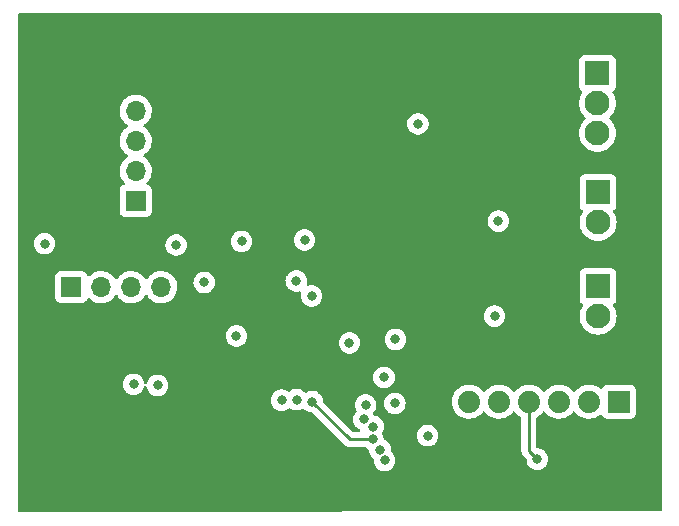
<source format=gbr>
%TF.GenerationSoftware,KiCad,Pcbnew,6.0.11-2627ca5db0~126~ubuntu22.04.1*%
%TF.CreationDate,2023-03-03T22:15:38-05:00*%
%TF.ProjectId,lin-coolant-temperature,6c696e2d-636f-46f6-9c61-6e742d74656d,1.0*%
%TF.SameCoordinates,Original*%
%TF.FileFunction,Copper,L3,Inr*%
%TF.FilePolarity,Positive*%
%FSLAX46Y46*%
G04 Gerber Fmt 4.6, Leading zero omitted, Abs format (unit mm)*
G04 Created by KiCad (PCBNEW 6.0.11-2627ca5db0~126~ubuntu22.04.1) date 2023-03-03 22:15:38*
%MOMM*%
%LPD*%
G01*
G04 APERTURE LIST*
%TA.AperFunction,ComponentPad*%
%ADD10R,1.700000X1.700000*%
%TD*%
%TA.AperFunction,ComponentPad*%
%ADD11O,1.700000X1.700000*%
%TD*%
%TA.AperFunction,ComponentPad*%
%ADD12R,1.879600X1.879600*%
%TD*%
%TA.AperFunction,ComponentPad*%
%ADD13C,1.879600*%
%TD*%
%TA.AperFunction,ComponentPad*%
%ADD14R,2.100000X2.100000*%
%TD*%
%TA.AperFunction,ComponentPad*%
%ADD15C,2.100000*%
%TD*%
%TA.AperFunction,ViaPad*%
%ADD16C,0.800000*%
%TD*%
%TA.AperFunction,Conductor*%
%ADD17C,0.250000*%
%TD*%
G04 APERTURE END LIST*
D10*
%TO.N,+5V*%
%TO.C,U3*%
X185600000Y-74790000D03*
D11*
%TO.N,GND*%
X185600000Y-72250000D03*
%TO.N,+12V*%
X185600000Y-69710000D03*
%TO.N,unconnected-(U3-Pad4)*%
X185600000Y-67170000D03*
%TD*%
D12*
%TO.N,unconnected-(J1-Pad1)*%
%TO.C,J1*%
X226520000Y-91800000D03*
D13*
%TO.N,UPDI*%
X223980000Y-91800000D03*
%TO.N,Net-(R6-Pad2)*%
X221440000Y-91800000D03*
%TO.N,Net-(JP1-Pad1)*%
X218900000Y-91800000D03*
%TO.N,unconnected-(J1-Pad5)*%
X216360000Y-91800000D03*
%TO.N,GND*%
X213820000Y-91800000D03*
%TD*%
D10*
%TO.N,GND*%
%TO.C,J2*%
X180150000Y-82100000D03*
D11*
%TO.N,+5V*%
X182690000Y-82100000D03*
%TO.N,SDA5V*%
X185230000Y-82100000D03*
%TO.N,SCL5V*%
X187770000Y-82100000D03*
%TD*%
D14*
%TO.N,Net-(D4-Pad1)*%
%TO.C,J4*%
X224750000Y-74075000D03*
D15*
%TO.N,GND*%
X224750000Y-76615000D03*
%TD*%
D14*
%TO.N,Net-(D5-Pad1)*%
%TO.C,J5*%
X224750000Y-82030000D03*
D15*
%TO.N,GND*%
X224750000Y-84570000D03*
%TD*%
D14*
%TO.N,+BATT*%
%TO.C,J3*%
X224700000Y-64000000D03*
D15*
%TO.N,GND*%
X224700000Y-66540000D03*
%TO.N,LIN*%
X224700000Y-69080000D03*
%TD*%
D16*
%TO.N,GND*%
X194130000Y-86230000D03*
X199900000Y-78110000D03*
%TO.N,+5V*%
X194570000Y-78220000D03*
%TO.N,+3V3*%
X194120000Y-81610000D03*
%TO.N,GND*%
X191410000Y-81710000D03*
X189030000Y-78530000D03*
X177890000Y-78430000D03*
X209500000Y-68280000D03*
%TO.N,+3V3*%
X223880000Y-96860000D03*
%TO.N,Net-(JP1-Pad1)*%
X219610000Y-96670000D03*
%TO.N,UPDI*%
X210320000Y-94680000D03*
%TO.N,GND*%
X216306500Y-76517165D03*
X215982713Y-84558738D03*
X207550000Y-91950000D03*
X200500000Y-82850000D03*
X207600000Y-86525000D03*
X206625000Y-89750000D03*
%TO.N,LIN*%
X199200000Y-81575000D03*
%TO.N,TXD*%
X205680502Y-95003747D03*
X200550000Y-91800000D03*
%TO.N,~{LIN_SLP}*%
X197950000Y-91675000D03*
X205075000Y-92075000D03*
%TO.N,~{LIN_WAKE}*%
X204925000Y-93300000D03*
X199225000Y-91625000D03*
%TO.N,SDA*%
X206675000Y-96775000D03*
X185425000Y-90325000D03*
%TO.N,SCL*%
X206290576Y-95852382D03*
X187450000Y-90425000D03*
%TO.N,+3V3*%
X194225000Y-89700000D03*
X213125000Y-73775000D03*
X213050000Y-81675000D03*
X197475000Y-93675000D03*
X216975000Y-78700000D03*
X202850000Y-88175000D03*
X192025000Y-93200000D03*
X217500000Y-85725000D03*
X181950000Y-90050000D03*
X190550000Y-89975000D03*
%TO.N,Net-(R5-Pad1)*%
X205718792Y-93907371D03*
X203700000Y-86825000D03*
%TD*%
D17*
%TO.N,Net-(JP1-Pad1)*%
X218900000Y-95960000D02*
X219610000Y-96670000D01*
X218900000Y-91800000D02*
X218900000Y-95960000D01*
%TO.N,TXD*%
X205680502Y-95003747D02*
X203753747Y-95003747D01*
X203753747Y-95003747D02*
X200550000Y-91800000D01*
%TD*%
%TA.AperFunction,Conductor*%
%TO.N,+3V3*%
G36*
X230065621Y-58948502D02*
G01*
X230112114Y-59002158D01*
X230123500Y-59054500D01*
X230123500Y-100966071D01*
X230103498Y-101034192D01*
X230049842Y-101080685D01*
X229997614Y-101092071D01*
X175783994Y-101140950D01*
X175715855Y-101121009D01*
X175669314Y-101067396D01*
X175657880Y-101015096D01*
X175647044Y-91675000D01*
X197036496Y-91675000D01*
X197037186Y-91681565D01*
X197051308Y-91815925D01*
X197056458Y-91864928D01*
X197115473Y-92046556D01*
X197210960Y-92211944D01*
X197215378Y-92216851D01*
X197215379Y-92216852D01*
X197258667Y-92264928D01*
X197338747Y-92353866D01*
X197419266Y-92412367D01*
X197471693Y-92450457D01*
X197493248Y-92466118D01*
X197499276Y-92468802D01*
X197499278Y-92468803D01*
X197644591Y-92533500D01*
X197667712Y-92543794D01*
X197761112Y-92563647D01*
X197848056Y-92582128D01*
X197848061Y-92582128D01*
X197854513Y-92583500D01*
X198045487Y-92583500D01*
X198051939Y-92582128D01*
X198051944Y-92582128D01*
X198138888Y-92563647D01*
X198232288Y-92543794D01*
X198255409Y-92533500D01*
X198400722Y-92468803D01*
X198400724Y-92468802D01*
X198406752Y-92466118D01*
X198428308Y-92450457D01*
X198480734Y-92412367D01*
X198547849Y-92363605D01*
X198614715Y-92339747D01*
X198683867Y-92355827D01*
X198695970Y-92363605D01*
X198762905Y-92412236D01*
X198768248Y-92416118D01*
X198774276Y-92418802D01*
X198774278Y-92418803D01*
X198936681Y-92491109D01*
X198942712Y-92493794D01*
X199036112Y-92513647D01*
X199123056Y-92532128D01*
X199123061Y-92532128D01*
X199129513Y-92533500D01*
X199320487Y-92533500D01*
X199326939Y-92532128D01*
X199326944Y-92532128D01*
X199413887Y-92513647D01*
X199507288Y-92493794D01*
X199513319Y-92491109D01*
X199675722Y-92418803D01*
X199675724Y-92418802D01*
X199681752Y-92416118D01*
X199711174Y-92394742D01*
X199778040Y-92370883D01*
X199847192Y-92386962D01*
X199878871Y-92412367D01*
X199882249Y-92416118D01*
X199938747Y-92478866D01*
X200093248Y-92591118D01*
X200099276Y-92593802D01*
X200099278Y-92593803D01*
X200261681Y-92666109D01*
X200267712Y-92668794D01*
X200361113Y-92688647D01*
X200448056Y-92707128D01*
X200448061Y-92707128D01*
X200454513Y-92708500D01*
X200510406Y-92708500D01*
X200578527Y-92728502D01*
X200599501Y-92745405D01*
X203250090Y-95395994D01*
X203257634Y-95404284D01*
X203261747Y-95410765D01*
X203267524Y-95416190D01*
X203311414Y-95457405D01*
X203314256Y-95460160D01*
X203333977Y-95479881D01*
X203337172Y-95482359D01*
X203346194Y-95490065D01*
X203378426Y-95520333D01*
X203385375Y-95524153D01*
X203396179Y-95530093D01*
X203412703Y-95540946D01*
X203428706Y-95553360D01*
X203469290Y-95570923D01*
X203479920Y-95576130D01*
X203518687Y-95597442D01*
X203526364Y-95599413D01*
X203526369Y-95599415D01*
X203538305Y-95602479D01*
X203557013Y-95608884D01*
X203575602Y-95616928D01*
X203583427Y-95618167D01*
X203583429Y-95618168D01*
X203619266Y-95623844D01*
X203630887Y-95626251D01*
X203666036Y-95635275D01*
X203673717Y-95637247D01*
X203693978Y-95637247D01*
X203713687Y-95638798D01*
X203733690Y-95641966D01*
X203741582Y-95641220D01*
X203746809Y-95640726D01*
X203777701Y-95637806D01*
X203789558Y-95637247D01*
X204972302Y-95637247D01*
X205040423Y-95657249D01*
X205059649Y-95673590D01*
X205059922Y-95673287D01*
X205064834Y-95677710D01*
X205069249Y-95682613D01*
X205074588Y-95686492D01*
X205179716Y-95762872D01*
X205223750Y-95794865D01*
X205229776Y-95797548D01*
X205229783Y-95797552D01*
X205311799Y-95834067D01*
X205365895Y-95880047D01*
X205385861Y-95936004D01*
X205392986Y-96003791D01*
X205397034Y-96042310D01*
X205456049Y-96223938D01*
X205459352Y-96229660D01*
X205459353Y-96229661D01*
X205477011Y-96260246D01*
X205551536Y-96389326D01*
X205555954Y-96394233D01*
X205555955Y-96394234D01*
X205627591Y-96473794D01*
X205679323Y-96531248D01*
X205684664Y-96535128D01*
X205684669Y-96535133D01*
X205720616Y-96561250D01*
X205763969Y-96617472D01*
X205771864Y-96676356D01*
X205761496Y-96775000D01*
X205781458Y-96964928D01*
X205840473Y-97146556D01*
X205935960Y-97311944D01*
X206063747Y-97453866D01*
X206218248Y-97566118D01*
X206224276Y-97568802D01*
X206224278Y-97568803D01*
X206386681Y-97641109D01*
X206392712Y-97643794D01*
X206486113Y-97663647D01*
X206573056Y-97682128D01*
X206573061Y-97682128D01*
X206579513Y-97683500D01*
X206770487Y-97683500D01*
X206776939Y-97682128D01*
X206776944Y-97682128D01*
X206863887Y-97663647D01*
X206957288Y-97643794D01*
X206963319Y-97641109D01*
X207125722Y-97568803D01*
X207125724Y-97568802D01*
X207131752Y-97566118D01*
X207286253Y-97453866D01*
X207414040Y-97311944D01*
X207509527Y-97146556D01*
X207568542Y-96964928D01*
X207588504Y-96775000D01*
X207572085Y-96618782D01*
X207569232Y-96591635D01*
X207569232Y-96591633D01*
X207568542Y-96585072D01*
X207509527Y-96403444D01*
X207505869Y-96397107D01*
X207426851Y-96260246D01*
X207414040Y-96238056D01*
X207392014Y-96213593D01*
X207290675Y-96101045D01*
X207290674Y-96101044D01*
X207286253Y-96096134D01*
X207280912Y-96092254D01*
X207280907Y-96092249D01*
X207244960Y-96066132D01*
X207201607Y-96009910D01*
X207193712Y-95951026D01*
X207203390Y-95858947D01*
X207204080Y-95852382D01*
X207202155Y-95834067D01*
X207184808Y-95669017D01*
X207184808Y-95669015D01*
X207184118Y-95662454D01*
X207125103Y-95480826D01*
X207117258Y-95467237D01*
X207032917Y-95321156D01*
X207029616Y-95315438D01*
X206901829Y-95173516D01*
X206747328Y-95061264D01*
X206741302Y-95058581D01*
X206741295Y-95058577D01*
X206659279Y-95022062D01*
X206605183Y-94976082D01*
X206585217Y-94920125D01*
X206574734Y-94820382D01*
X206574734Y-94820380D01*
X206574044Y-94813819D01*
X206530563Y-94680000D01*
X209406496Y-94680000D01*
X209407186Y-94686565D01*
X209421251Y-94820382D01*
X209426458Y-94869928D01*
X209485473Y-95051556D01*
X209488776Y-95057278D01*
X209488777Y-95057279D01*
X209522686Y-95116010D01*
X209580960Y-95216944D01*
X209708747Y-95358866D01*
X209807843Y-95430864D01*
X209848166Y-95460160D01*
X209863248Y-95471118D01*
X209869276Y-95473802D01*
X209869278Y-95473803D01*
X210006438Y-95534870D01*
X210037712Y-95548794D01*
X210131113Y-95568647D01*
X210218056Y-95587128D01*
X210218061Y-95587128D01*
X210224513Y-95588500D01*
X210415487Y-95588500D01*
X210421939Y-95587128D01*
X210421944Y-95587128D01*
X210508887Y-95568647D01*
X210602288Y-95548794D01*
X210633562Y-95534870D01*
X210770722Y-95473803D01*
X210770724Y-95473802D01*
X210776752Y-95471118D01*
X210791835Y-95460160D01*
X210832157Y-95430864D01*
X210931253Y-95358866D01*
X211059040Y-95216944D01*
X211117314Y-95116010D01*
X211151223Y-95057279D01*
X211151224Y-95057278D01*
X211154527Y-95051556D01*
X211213542Y-94869928D01*
X211218750Y-94820382D01*
X211232814Y-94686565D01*
X211233504Y-94680000D01*
X211213542Y-94490072D01*
X211154527Y-94308444D01*
X211140790Y-94284650D01*
X211062341Y-94148774D01*
X211059040Y-94143056D01*
X211014693Y-94093803D01*
X210935675Y-94006045D01*
X210935674Y-94006044D01*
X210931253Y-94001134D01*
X210776752Y-93888882D01*
X210770724Y-93886198D01*
X210770722Y-93886197D01*
X210608319Y-93813891D01*
X210608318Y-93813891D01*
X210602288Y-93811206D01*
X210508888Y-93791353D01*
X210421944Y-93772872D01*
X210421939Y-93772872D01*
X210415487Y-93771500D01*
X210224513Y-93771500D01*
X210218061Y-93772872D01*
X210218056Y-93772872D01*
X210131112Y-93791353D01*
X210037712Y-93811206D01*
X210031682Y-93813891D01*
X210031681Y-93813891D01*
X209869278Y-93886197D01*
X209869276Y-93886198D01*
X209863248Y-93888882D01*
X209708747Y-94001134D01*
X209704326Y-94006044D01*
X209704325Y-94006045D01*
X209625308Y-94093803D01*
X209580960Y-94143056D01*
X209577659Y-94148774D01*
X209499211Y-94284650D01*
X209485473Y-94308444D01*
X209426458Y-94490072D01*
X209406496Y-94680000D01*
X206530563Y-94680000D01*
X206515029Y-94632191D01*
X206468568Y-94551718D01*
X206451830Y-94482724D01*
X206468568Y-94425719D01*
X206550015Y-94284650D01*
X206550016Y-94284649D01*
X206553319Y-94278927D01*
X206612334Y-94097299D01*
X206632296Y-93907371D01*
X206612334Y-93717443D01*
X206553319Y-93535815D01*
X206457832Y-93370427D01*
X206400331Y-93306565D01*
X206334467Y-93233416D01*
X206334466Y-93233415D01*
X206330045Y-93228505D01*
X206175544Y-93116253D01*
X206169516Y-93113569D01*
X206169514Y-93113568D01*
X206007111Y-93041262D01*
X206007110Y-93041262D01*
X206001080Y-93038577D01*
X205850399Y-93006549D01*
X205787927Y-92972821D01*
X205761529Y-92934606D01*
X205759527Y-92928444D01*
X205715257Y-92851766D01*
X205698520Y-92782771D01*
X205721741Y-92715679D01*
X205730741Y-92704457D01*
X205809621Y-92616852D01*
X205809622Y-92616851D01*
X205814040Y-92611944D01*
X205909527Y-92446556D01*
X205968542Y-92264928D01*
X205988504Y-92075000D01*
X205975366Y-91950000D01*
X206636496Y-91950000D01*
X206656458Y-92139928D01*
X206715473Y-92321556D01*
X206718776Y-92327278D01*
X206718777Y-92327279D01*
X206731292Y-92348955D01*
X206810960Y-92486944D01*
X206815378Y-92491851D01*
X206815379Y-92491852D01*
X206928207Y-92617160D01*
X206938747Y-92628866D01*
X206996110Y-92670543D01*
X207075884Y-92728502D01*
X207093248Y-92741118D01*
X207099276Y-92743802D01*
X207099278Y-92743803D01*
X207261681Y-92816109D01*
X207267712Y-92818794D01*
X207359560Y-92838317D01*
X207448056Y-92857128D01*
X207448061Y-92857128D01*
X207454513Y-92858500D01*
X207645487Y-92858500D01*
X207651939Y-92857128D01*
X207651944Y-92857128D01*
X207740440Y-92838317D01*
X207832288Y-92818794D01*
X207838319Y-92816109D01*
X208000722Y-92743803D01*
X208000724Y-92743802D01*
X208006752Y-92741118D01*
X208024117Y-92728502D01*
X208103890Y-92670543D01*
X208161253Y-92628866D01*
X208171793Y-92617160D01*
X208284621Y-92491852D01*
X208284622Y-92491851D01*
X208289040Y-92486944D01*
X208368708Y-92348955D01*
X208381223Y-92327279D01*
X208381224Y-92327278D01*
X208384527Y-92321556D01*
X208443542Y-92139928D01*
X208463504Y-91950000D01*
X208447739Y-91800000D01*
X208444232Y-91766635D01*
X208444232Y-91766633D01*
X208444007Y-91764494D01*
X212367170Y-91764494D01*
X212367467Y-91769646D01*
X212367467Y-91769650D01*
X212377866Y-91950000D01*
X212380879Y-92002255D01*
X212382016Y-92007301D01*
X212382017Y-92007307D01*
X212392152Y-92052279D01*
X212433237Y-92234585D01*
X212435179Y-92239367D01*
X212435180Y-92239371D01*
X212508040Y-92418803D01*
X212522837Y-92455244D01*
X212647274Y-92658306D01*
X212803204Y-92838317D01*
X212986442Y-92990444D01*
X212990894Y-92993046D01*
X212990899Y-92993049D01*
X213179162Y-93103061D01*
X213192065Y-93110601D01*
X213414552Y-93195560D01*
X213419618Y-93196591D01*
X213419619Y-93196591D01*
X213473956Y-93207646D01*
X213647928Y-93243041D01*
X213781284Y-93247931D01*
X213880760Y-93251579D01*
X213880764Y-93251579D01*
X213885924Y-93251768D01*
X213891044Y-93251112D01*
X213891046Y-93251112D01*
X214117023Y-93222164D01*
X214117024Y-93222164D01*
X214122151Y-93221507D01*
X214205200Y-93196591D01*
X214345316Y-93154554D01*
X214345317Y-93154553D01*
X214350262Y-93153070D01*
X214564133Y-93048295D01*
X214568336Y-93045297D01*
X214568341Y-93045294D01*
X214753816Y-92912996D01*
X214753818Y-92912994D01*
X214758020Y-92909997D01*
X214926716Y-92741889D01*
X214984979Y-92660807D01*
X215040972Y-92617160D01*
X215111676Y-92610714D01*
X215174640Y-92643516D01*
X215186582Y-92657176D01*
X215187274Y-92658306D01*
X215343204Y-92838317D01*
X215526442Y-92990444D01*
X215530894Y-92993046D01*
X215530899Y-92993049D01*
X215719162Y-93103061D01*
X215732065Y-93110601D01*
X215954552Y-93195560D01*
X215959618Y-93196591D01*
X215959619Y-93196591D01*
X216013956Y-93207646D01*
X216187928Y-93243041D01*
X216321284Y-93247931D01*
X216420760Y-93251579D01*
X216420764Y-93251579D01*
X216425924Y-93251768D01*
X216431044Y-93251112D01*
X216431046Y-93251112D01*
X216657023Y-93222164D01*
X216657024Y-93222164D01*
X216662151Y-93221507D01*
X216745200Y-93196591D01*
X216885316Y-93154554D01*
X216885317Y-93154553D01*
X216890262Y-93153070D01*
X217104133Y-93048295D01*
X217108336Y-93045297D01*
X217108341Y-93045294D01*
X217293816Y-92912996D01*
X217293818Y-92912994D01*
X217298020Y-92909997D01*
X217466716Y-92741889D01*
X217524979Y-92660807D01*
X217580972Y-92617160D01*
X217651676Y-92610714D01*
X217714640Y-92643516D01*
X217726582Y-92657176D01*
X217727274Y-92658306D01*
X217883204Y-92838317D01*
X218066442Y-92990444D01*
X218070894Y-92993046D01*
X218070899Y-92993049D01*
X218204071Y-93070868D01*
X218252794Y-93122507D01*
X218266500Y-93179656D01*
X218266500Y-95881233D01*
X218265973Y-95892416D01*
X218264298Y-95899909D01*
X218264547Y-95907835D01*
X218264547Y-95907836D01*
X218266438Y-95967986D01*
X218266500Y-95971945D01*
X218266500Y-95999856D01*
X218266997Y-96003790D01*
X218266997Y-96003791D01*
X218267005Y-96003856D01*
X218267938Y-96015693D01*
X218269327Y-96059889D01*
X218274978Y-96079339D01*
X218278987Y-96098700D01*
X218281526Y-96118797D01*
X218284445Y-96126168D01*
X218284445Y-96126170D01*
X218297804Y-96159912D01*
X218301649Y-96171142D01*
X218313982Y-96213593D01*
X218318015Y-96220412D01*
X218318017Y-96220417D01*
X218324293Y-96231028D01*
X218332988Y-96248776D01*
X218340448Y-96267617D01*
X218345110Y-96274033D01*
X218345110Y-96274034D01*
X218366436Y-96303387D01*
X218372952Y-96313307D01*
X218395458Y-96351362D01*
X218409779Y-96365683D01*
X218422619Y-96380716D01*
X218434528Y-96397107D01*
X218468605Y-96425298D01*
X218477384Y-96433288D01*
X218662878Y-96618782D01*
X218696904Y-96681094D01*
X218699092Y-96694703D01*
X218716458Y-96859928D01*
X218775473Y-97041556D01*
X218870960Y-97206944D01*
X218998747Y-97348866D01*
X219097843Y-97420864D01*
X219143267Y-97453866D01*
X219153248Y-97461118D01*
X219159276Y-97463802D01*
X219159278Y-97463803D01*
X219321681Y-97536109D01*
X219327712Y-97538794D01*
X219421112Y-97558647D01*
X219508056Y-97577128D01*
X219508061Y-97577128D01*
X219514513Y-97578500D01*
X219705487Y-97578500D01*
X219711939Y-97577128D01*
X219711944Y-97577128D01*
X219798888Y-97558647D01*
X219892288Y-97538794D01*
X219898319Y-97536109D01*
X220060722Y-97463803D01*
X220060724Y-97463802D01*
X220066752Y-97461118D01*
X220076734Y-97453866D01*
X220122157Y-97420864D01*
X220221253Y-97348866D01*
X220349040Y-97206944D01*
X220444527Y-97041556D01*
X220503542Y-96859928D01*
X220523504Y-96670000D01*
X220503542Y-96480072D01*
X220444527Y-96298444D01*
X220415858Y-96248787D01*
X220395538Y-96213593D01*
X220349040Y-96133056D01*
X220290011Y-96067497D01*
X220225675Y-95996045D01*
X220225674Y-95996044D01*
X220221253Y-95991134D01*
X220086312Y-95893093D01*
X220072094Y-95882763D01*
X220072093Y-95882762D01*
X220066752Y-95878882D01*
X220060724Y-95876198D01*
X220060722Y-95876197D01*
X219898319Y-95803891D01*
X219898318Y-95803891D01*
X219892288Y-95801206D01*
X219798888Y-95781353D01*
X219711944Y-95762872D01*
X219711939Y-95762872D01*
X219705487Y-95761500D01*
X219659500Y-95761500D01*
X219591379Y-95741498D01*
X219544886Y-95687842D01*
X219533500Y-95635500D01*
X219533500Y-93181074D01*
X219553502Y-93112953D01*
X219604066Y-93067924D01*
X219644133Y-93048295D01*
X219648336Y-93045297D01*
X219648341Y-93045294D01*
X219833816Y-92912996D01*
X219833818Y-92912994D01*
X219838020Y-92909997D01*
X220006716Y-92741889D01*
X220064979Y-92660807D01*
X220120972Y-92617160D01*
X220191676Y-92610714D01*
X220254640Y-92643516D01*
X220266582Y-92657176D01*
X220267274Y-92658306D01*
X220423204Y-92838317D01*
X220606442Y-92990444D01*
X220610894Y-92993046D01*
X220610899Y-92993049D01*
X220799162Y-93103061D01*
X220812065Y-93110601D01*
X221034552Y-93195560D01*
X221039618Y-93196591D01*
X221039619Y-93196591D01*
X221093956Y-93207646D01*
X221267928Y-93243041D01*
X221401284Y-93247931D01*
X221500760Y-93251579D01*
X221500764Y-93251579D01*
X221505924Y-93251768D01*
X221511044Y-93251112D01*
X221511046Y-93251112D01*
X221737023Y-93222164D01*
X221737024Y-93222164D01*
X221742151Y-93221507D01*
X221825200Y-93196591D01*
X221965316Y-93154554D01*
X221965317Y-93154553D01*
X221970262Y-93153070D01*
X222184133Y-93048295D01*
X222188336Y-93045297D01*
X222188341Y-93045294D01*
X222373816Y-92912996D01*
X222373818Y-92912994D01*
X222378020Y-92909997D01*
X222546716Y-92741889D01*
X222604979Y-92660807D01*
X222660972Y-92617160D01*
X222731676Y-92610714D01*
X222794640Y-92643516D01*
X222806582Y-92657176D01*
X222807274Y-92658306D01*
X222963204Y-92838317D01*
X223146442Y-92990444D01*
X223150894Y-92993046D01*
X223150899Y-92993049D01*
X223339162Y-93103061D01*
X223352065Y-93110601D01*
X223574552Y-93195560D01*
X223579618Y-93196591D01*
X223579619Y-93196591D01*
X223633956Y-93207646D01*
X223807928Y-93243041D01*
X223941284Y-93247931D01*
X224040760Y-93251579D01*
X224040764Y-93251579D01*
X224045924Y-93251768D01*
X224051044Y-93251112D01*
X224051046Y-93251112D01*
X224277023Y-93222164D01*
X224277024Y-93222164D01*
X224282151Y-93221507D01*
X224365200Y-93196591D01*
X224505316Y-93154554D01*
X224505317Y-93154553D01*
X224510262Y-93153070D01*
X224724133Y-93048295D01*
X224728336Y-93045297D01*
X224728341Y-93045294D01*
X224913810Y-92913000D01*
X224918020Y-92909997D01*
X224920601Y-92907425D01*
X224985135Y-92878913D01*
X225055278Y-92889886D01*
X225108355Y-92937039D01*
X225119502Y-92959610D01*
X225129585Y-92986505D01*
X225216939Y-93103061D01*
X225333495Y-93190415D01*
X225469884Y-93241545D01*
X225532066Y-93248300D01*
X227507934Y-93248300D01*
X227570116Y-93241545D01*
X227706505Y-93190415D01*
X227823061Y-93103061D01*
X227910415Y-92986505D01*
X227961545Y-92850116D01*
X227968300Y-92787934D01*
X227968300Y-90812066D01*
X227961545Y-90749884D01*
X227910415Y-90613495D01*
X227823061Y-90496939D01*
X227706505Y-90409585D01*
X227570116Y-90358455D01*
X227507934Y-90351700D01*
X225532066Y-90351700D01*
X225469884Y-90358455D01*
X225333495Y-90409585D01*
X225216939Y-90496939D01*
X225129585Y-90613495D01*
X225126433Y-90621903D01*
X225118218Y-90643816D01*
X225075576Y-90700580D01*
X225009014Y-90725280D01*
X224939666Y-90710072D01*
X224922144Y-90698468D01*
X224788278Y-90592747D01*
X224788273Y-90592744D01*
X224784224Y-90589546D01*
X224779708Y-90587053D01*
X224779705Y-90587051D01*
X224580250Y-90476946D01*
X224580246Y-90476944D01*
X224575726Y-90474449D01*
X224570857Y-90472725D01*
X224570853Y-90472723D01*
X224356105Y-90396676D01*
X224356101Y-90396675D01*
X224351230Y-90394950D01*
X224346140Y-90394043D01*
X224346135Y-90394042D01*
X224218814Y-90371364D01*
X224116764Y-90353186D01*
X224025355Y-90352069D01*
X223883795Y-90350339D01*
X223883793Y-90350339D01*
X223878625Y-90350276D01*
X223643209Y-90386300D01*
X223416838Y-90460289D01*
X223392953Y-90472723D01*
X223244740Y-90549878D01*
X223205590Y-90570258D01*
X223201457Y-90573361D01*
X223201454Y-90573363D01*
X223019375Y-90710072D01*
X223015140Y-90713252D01*
X223011568Y-90716990D01*
X222896155Y-90837763D01*
X222850602Y-90885431D01*
X222817545Y-90933891D01*
X222815186Y-90937349D01*
X222760274Y-90982351D01*
X222689749Y-90990522D01*
X222626002Y-90959267D01*
X222605306Y-90934784D01*
X222594217Y-90917642D01*
X222594212Y-90917636D01*
X222591406Y-90913298D01*
X222571572Y-90891500D01*
X222531700Y-90847682D01*
X222431124Y-90737150D01*
X222427073Y-90733951D01*
X222427069Y-90733947D01*
X222248278Y-90592747D01*
X222248273Y-90592744D01*
X222244224Y-90589546D01*
X222239708Y-90587053D01*
X222239705Y-90587051D01*
X222040250Y-90476946D01*
X222040246Y-90476944D01*
X222035726Y-90474449D01*
X222030857Y-90472725D01*
X222030853Y-90472723D01*
X221816105Y-90396676D01*
X221816101Y-90396675D01*
X221811230Y-90394950D01*
X221806140Y-90394043D01*
X221806135Y-90394042D01*
X221678814Y-90371364D01*
X221576764Y-90353186D01*
X221485355Y-90352069D01*
X221343795Y-90350339D01*
X221343793Y-90350339D01*
X221338625Y-90350276D01*
X221103209Y-90386300D01*
X220876838Y-90460289D01*
X220852953Y-90472723D01*
X220704740Y-90549878D01*
X220665590Y-90570258D01*
X220661457Y-90573361D01*
X220661454Y-90573363D01*
X220479375Y-90710072D01*
X220475140Y-90713252D01*
X220471568Y-90716990D01*
X220356155Y-90837763D01*
X220310602Y-90885431D01*
X220277545Y-90933891D01*
X220275186Y-90937349D01*
X220220274Y-90982351D01*
X220149749Y-90990522D01*
X220086002Y-90959267D01*
X220065306Y-90934784D01*
X220054217Y-90917642D01*
X220054212Y-90917636D01*
X220051406Y-90913298D01*
X220031572Y-90891500D01*
X219991700Y-90847682D01*
X219891124Y-90737150D01*
X219887073Y-90733951D01*
X219887069Y-90733947D01*
X219708278Y-90592747D01*
X219708273Y-90592744D01*
X219704224Y-90589546D01*
X219699708Y-90587053D01*
X219699705Y-90587051D01*
X219500250Y-90476946D01*
X219500246Y-90476944D01*
X219495726Y-90474449D01*
X219490857Y-90472725D01*
X219490853Y-90472723D01*
X219276105Y-90396676D01*
X219276101Y-90396675D01*
X219271230Y-90394950D01*
X219266140Y-90394043D01*
X219266135Y-90394042D01*
X219138814Y-90371364D01*
X219036764Y-90353186D01*
X218945355Y-90352069D01*
X218803795Y-90350339D01*
X218803793Y-90350339D01*
X218798625Y-90350276D01*
X218563209Y-90386300D01*
X218336838Y-90460289D01*
X218312953Y-90472723D01*
X218164740Y-90549878D01*
X218125590Y-90570258D01*
X218121457Y-90573361D01*
X218121454Y-90573363D01*
X217939375Y-90710072D01*
X217935140Y-90713252D01*
X217931568Y-90716990D01*
X217816155Y-90837763D01*
X217770602Y-90885431D01*
X217737545Y-90933891D01*
X217735186Y-90937349D01*
X217680274Y-90982351D01*
X217609749Y-90990522D01*
X217546002Y-90959267D01*
X217525306Y-90934784D01*
X217514217Y-90917642D01*
X217514212Y-90917636D01*
X217511406Y-90913298D01*
X217491572Y-90891500D01*
X217451700Y-90847682D01*
X217351124Y-90737150D01*
X217347073Y-90733951D01*
X217347069Y-90733947D01*
X217168278Y-90592747D01*
X217168273Y-90592744D01*
X217164224Y-90589546D01*
X217159708Y-90587053D01*
X217159705Y-90587051D01*
X216960250Y-90476946D01*
X216960246Y-90476944D01*
X216955726Y-90474449D01*
X216950857Y-90472725D01*
X216950853Y-90472723D01*
X216736105Y-90396676D01*
X216736101Y-90396675D01*
X216731230Y-90394950D01*
X216726140Y-90394043D01*
X216726135Y-90394042D01*
X216598814Y-90371364D01*
X216496764Y-90353186D01*
X216405355Y-90352069D01*
X216263795Y-90350339D01*
X216263793Y-90350339D01*
X216258625Y-90350276D01*
X216023209Y-90386300D01*
X215796838Y-90460289D01*
X215772953Y-90472723D01*
X215624740Y-90549878D01*
X215585590Y-90570258D01*
X215581457Y-90573361D01*
X215581454Y-90573363D01*
X215399375Y-90710072D01*
X215395140Y-90713252D01*
X215391568Y-90716990D01*
X215276155Y-90837763D01*
X215230602Y-90885431D01*
X215197545Y-90933891D01*
X215195186Y-90937349D01*
X215140274Y-90982351D01*
X215069749Y-90990522D01*
X215006002Y-90959267D01*
X214985306Y-90934784D01*
X214974217Y-90917642D01*
X214974212Y-90917636D01*
X214971406Y-90913298D01*
X214951572Y-90891500D01*
X214911700Y-90847682D01*
X214811124Y-90737150D01*
X214807073Y-90733951D01*
X214807069Y-90733947D01*
X214628278Y-90592747D01*
X214628273Y-90592744D01*
X214624224Y-90589546D01*
X214619708Y-90587053D01*
X214619705Y-90587051D01*
X214420250Y-90476946D01*
X214420246Y-90476944D01*
X214415726Y-90474449D01*
X214410857Y-90472725D01*
X214410853Y-90472723D01*
X214196105Y-90396676D01*
X214196101Y-90396675D01*
X214191230Y-90394950D01*
X214186140Y-90394043D01*
X214186135Y-90394042D01*
X214058814Y-90371364D01*
X213956764Y-90353186D01*
X213865355Y-90352069D01*
X213723795Y-90350339D01*
X213723793Y-90350339D01*
X213718625Y-90350276D01*
X213483209Y-90386300D01*
X213256838Y-90460289D01*
X213232953Y-90472723D01*
X213084740Y-90549878D01*
X213045590Y-90570258D01*
X213041457Y-90573361D01*
X213041454Y-90573363D01*
X212859375Y-90710072D01*
X212855140Y-90713252D01*
X212851568Y-90716990D01*
X212736155Y-90837763D01*
X212690602Y-90885431D01*
X212687691Y-90889699D01*
X212687687Y-90889704D01*
X212655837Y-90936395D01*
X212556394Y-91082172D01*
X212522033Y-91156197D01*
X212466402Y-91276045D01*
X212456122Y-91298191D01*
X212392477Y-91527685D01*
X212367170Y-91764494D01*
X208444007Y-91764494D01*
X208443542Y-91760072D01*
X208384527Y-91578444D01*
X208358187Y-91532821D01*
X208334408Y-91491635D01*
X208289040Y-91413056D01*
X208273804Y-91396134D01*
X208165675Y-91276045D01*
X208165674Y-91276044D01*
X208161253Y-91271134D01*
X208054804Y-91193794D01*
X208012094Y-91162763D01*
X208012093Y-91162762D01*
X208006752Y-91158882D01*
X208000724Y-91156198D01*
X208000722Y-91156197D01*
X207838319Y-91083891D01*
X207838318Y-91083891D01*
X207832288Y-91081206D01*
X207738887Y-91061353D01*
X207651944Y-91042872D01*
X207651939Y-91042872D01*
X207645487Y-91041500D01*
X207454513Y-91041500D01*
X207448061Y-91042872D01*
X207448056Y-91042872D01*
X207361113Y-91061353D01*
X207267712Y-91081206D01*
X207261682Y-91083891D01*
X207261681Y-91083891D01*
X207099278Y-91156197D01*
X207099276Y-91156198D01*
X207093248Y-91158882D01*
X207087907Y-91162762D01*
X207087906Y-91162763D01*
X207045196Y-91193794D01*
X206938747Y-91271134D01*
X206934326Y-91276044D01*
X206934325Y-91276045D01*
X206826197Y-91396134D01*
X206810960Y-91413056D01*
X206765592Y-91491635D01*
X206741814Y-91532821D01*
X206715473Y-91578444D01*
X206656458Y-91760072D01*
X206655768Y-91766633D01*
X206655768Y-91766635D01*
X206652261Y-91800000D01*
X206636496Y-91950000D01*
X205975366Y-91950000D01*
X205968542Y-91885072D01*
X205909527Y-91703444D01*
X205814040Y-91538056D01*
X205809327Y-91532821D01*
X205690675Y-91401045D01*
X205690674Y-91401044D01*
X205686253Y-91396134D01*
X205558677Y-91303444D01*
X205537094Y-91287763D01*
X205537093Y-91287762D01*
X205531752Y-91283882D01*
X205525724Y-91281198D01*
X205525722Y-91281197D01*
X205363319Y-91208891D01*
X205363318Y-91208891D01*
X205357288Y-91206206D01*
X205263887Y-91186353D01*
X205176944Y-91167872D01*
X205176939Y-91167872D01*
X205170487Y-91166500D01*
X204979513Y-91166500D01*
X204973061Y-91167872D01*
X204973056Y-91167872D01*
X204886113Y-91186353D01*
X204792712Y-91206206D01*
X204786682Y-91208891D01*
X204786681Y-91208891D01*
X204624278Y-91281197D01*
X204624276Y-91281198D01*
X204618248Y-91283882D01*
X204612907Y-91287762D01*
X204612906Y-91287763D01*
X204591323Y-91303444D01*
X204463747Y-91396134D01*
X204459326Y-91401044D01*
X204459325Y-91401045D01*
X204340674Y-91532821D01*
X204335960Y-91538056D01*
X204240473Y-91703444D01*
X204181458Y-91885072D01*
X204161496Y-92075000D01*
X204181458Y-92264928D01*
X204240473Y-92446556D01*
X204260490Y-92481226D01*
X204284743Y-92523234D01*
X204301480Y-92592229D01*
X204278259Y-92659321D01*
X204269259Y-92670543D01*
X204209208Y-92737237D01*
X204185960Y-92763056D01*
X204135696Y-92850116D01*
X204099390Y-92913000D01*
X204090473Y-92928444D01*
X204031458Y-93110072D01*
X204030768Y-93116633D01*
X204030768Y-93116635D01*
X204019902Y-93220022D01*
X204011496Y-93300000D01*
X204031458Y-93489928D01*
X204090473Y-93671556D01*
X204185960Y-93836944D01*
X204190378Y-93841851D01*
X204190379Y-93841852D01*
X204249373Y-93907371D01*
X204313747Y-93978866D01*
X204468248Y-94091118D01*
X204474276Y-94093802D01*
X204474278Y-94093803D01*
X204553647Y-94129140D01*
X204607743Y-94175120D01*
X204628392Y-94243047D01*
X204609040Y-94311355D01*
X204555829Y-94358357D01*
X204502398Y-94370247D01*
X204068342Y-94370247D01*
X204000221Y-94350245D01*
X203979247Y-94333342D01*
X201497122Y-91851217D01*
X201463096Y-91788905D01*
X201460907Y-91775292D01*
X201444232Y-91616635D01*
X201444232Y-91616633D01*
X201443542Y-91610072D01*
X201384527Y-91428444D01*
X201289040Y-91263056D01*
X201261193Y-91232128D01*
X201165675Y-91126045D01*
X201165674Y-91126044D01*
X201161253Y-91121134D01*
X201046882Y-91038038D01*
X201012094Y-91012763D01*
X201012093Y-91012762D01*
X201006752Y-91008882D01*
X201000724Y-91006198D01*
X201000722Y-91006197D01*
X200838319Y-90933891D01*
X200838318Y-90933891D01*
X200832288Y-90931206D01*
X200738888Y-90911353D01*
X200651944Y-90892872D01*
X200651939Y-90892872D01*
X200645487Y-90891500D01*
X200454513Y-90891500D01*
X200448061Y-90892872D01*
X200448056Y-90892872D01*
X200361112Y-90911353D01*
X200267712Y-90931206D01*
X200261682Y-90933891D01*
X200261681Y-90933891D01*
X200099278Y-91006197D01*
X200099276Y-91006198D01*
X200093248Y-91008882D01*
X200087905Y-91012764D01*
X200063827Y-91030258D01*
X199996960Y-91054117D01*
X199927808Y-91038038D01*
X199896129Y-91012633D01*
X199840675Y-90951045D01*
X199840674Y-90951044D01*
X199836253Y-90946134D01*
X199681752Y-90833882D01*
X199675724Y-90831198D01*
X199675722Y-90831197D01*
X199513319Y-90758891D01*
X199513318Y-90758891D01*
X199507288Y-90756206D01*
X199413887Y-90736353D01*
X199326944Y-90717872D01*
X199326939Y-90717872D01*
X199320487Y-90716500D01*
X199129513Y-90716500D01*
X199123061Y-90717872D01*
X199123056Y-90717872D01*
X199036113Y-90736353D01*
X198942712Y-90756206D01*
X198936682Y-90758891D01*
X198936681Y-90758891D01*
X198774278Y-90831197D01*
X198774276Y-90831198D01*
X198768248Y-90833882D01*
X198694088Y-90887763D01*
X198627152Y-90936395D01*
X198560285Y-90960253D01*
X198491133Y-90944173D01*
X198479030Y-90936395D01*
X198412094Y-90887763D01*
X198412093Y-90887762D01*
X198406752Y-90883882D01*
X198400724Y-90881198D01*
X198400722Y-90881197D01*
X198238319Y-90808891D01*
X198238318Y-90808891D01*
X198232288Y-90806206D01*
X198138888Y-90786353D01*
X198051944Y-90767872D01*
X198051939Y-90767872D01*
X198045487Y-90766500D01*
X197854513Y-90766500D01*
X197848061Y-90767872D01*
X197848056Y-90767872D01*
X197761112Y-90786353D01*
X197667712Y-90806206D01*
X197661682Y-90808891D01*
X197661681Y-90808891D01*
X197499278Y-90881197D01*
X197499276Y-90881198D01*
X197493248Y-90883882D01*
X197487907Y-90887762D01*
X197487906Y-90887763D01*
X197437843Y-90924136D01*
X197338747Y-90996134D01*
X197334326Y-91001044D01*
X197334325Y-91001045D01*
X197226197Y-91121134D01*
X197210960Y-91138056D01*
X197165891Y-91216118D01*
X197122595Y-91291109D01*
X197115473Y-91303444D01*
X197056458Y-91485072D01*
X197036496Y-91675000D01*
X175647044Y-91675000D01*
X175645478Y-90325000D01*
X184511496Y-90325000D01*
X184512186Y-90331565D01*
X184528972Y-90491272D01*
X184531458Y-90514928D01*
X184590473Y-90696556D01*
X184593776Y-90702278D01*
X184593777Y-90702279D01*
X184602780Y-90717872D01*
X184685960Y-90861944D01*
X184690378Y-90866851D01*
X184690379Y-90866852D01*
X184747088Y-90929834D01*
X184813747Y-91003866D01*
X184860781Y-91038038D01*
X184951385Y-91103866D01*
X184968248Y-91116118D01*
X184974276Y-91118802D01*
X184974278Y-91118803D01*
X185081408Y-91166500D01*
X185142712Y-91193794D01*
X185229479Y-91212237D01*
X185323056Y-91232128D01*
X185323061Y-91232128D01*
X185329513Y-91233500D01*
X185520487Y-91233500D01*
X185526939Y-91232128D01*
X185526944Y-91232128D01*
X185620521Y-91212237D01*
X185707288Y-91193794D01*
X185768592Y-91166500D01*
X185875722Y-91118803D01*
X185875724Y-91118802D01*
X185881752Y-91116118D01*
X185898616Y-91103866D01*
X185989219Y-91038038D01*
X186036253Y-91003866D01*
X186102912Y-90929834D01*
X186159621Y-90866852D01*
X186159622Y-90866851D01*
X186164040Y-90861944D01*
X186247220Y-90717872D01*
X186256223Y-90702279D01*
X186256224Y-90702278D01*
X186259527Y-90696556D01*
X186307186Y-90549878D01*
X186347260Y-90491272D01*
X186412656Y-90463635D01*
X186482613Y-90475742D01*
X186534919Y-90523748D01*
X186552329Y-90575643D01*
X186556458Y-90614928D01*
X186615473Y-90796556D01*
X186618776Y-90802278D01*
X186618777Y-90802279D01*
X186635473Y-90831197D01*
X186710960Y-90961944D01*
X186715378Y-90966851D01*
X186715379Y-90966852D01*
X186818344Y-91081206D01*
X186838747Y-91103866D01*
X186993248Y-91216118D01*
X186999276Y-91218802D01*
X186999278Y-91218803D01*
X187145449Y-91283882D01*
X187167712Y-91293794D01*
X187242680Y-91309729D01*
X187348056Y-91332128D01*
X187348061Y-91332128D01*
X187354513Y-91333500D01*
X187545487Y-91333500D01*
X187551939Y-91332128D01*
X187551944Y-91332128D01*
X187657320Y-91309729D01*
X187732288Y-91293794D01*
X187754551Y-91283882D01*
X187900722Y-91218803D01*
X187900724Y-91218802D01*
X187906752Y-91216118D01*
X188061253Y-91103866D01*
X188081656Y-91081206D01*
X188184621Y-90966852D01*
X188184622Y-90966851D01*
X188189040Y-90961944D01*
X188264527Y-90831197D01*
X188281223Y-90802279D01*
X188281224Y-90802278D01*
X188284527Y-90796556D01*
X188343542Y-90614928D01*
X188351018Y-90543803D01*
X188362814Y-90431565D01*
X188363504Y-90425000D01*
X188359354Y-90385518D01*
X188344232Y-90241635D01*
X188344232Y-90241633D01*
X188343542Y-90235072D01*
X188284527Y-90053444D01*
X188189040Y-89888056D01*
X188064734Y-89750000D01*
X205711496Y-89750000D01*
X205731458Y-89939928D01*
X205790473Y-90121556D01*
X205885960Y-90286944D01*
X205890378Y-90291851D01*
X205890379Y-90291852D01*
X205920226Y-90325000D01*
X206013747Y-90428866D01*
X206078266Y-90475742D01*
X206140842Y-90521206D01*
X206168248Y-90541118D01*
X206174276Y-90543802D01*
X206174278Y-90543803D01*
X206336681Y-90616109D01*
X206342712Y-90618794D01*
X206436113Y-90638647D01*
X206523056Y-90657128D01*
X206523061Y-90657128D01*
X206529513Y-90658500D01*
X206720487Y-90658500D01*
X206726939Y-90657128D01*
X206726944Y-90657128D01*
X206813887Y-90638647D01*
X206907288Y-90618794D01*
X206913319Y-90616109D01*
X207075722Y-90543803D01*
X207075724Y-90543802D01*
X207081752Y-90541118D01*
X207109159Y-90521206D01*
X207171734Y-90475742D01*
X207236253Y-90428866D01*
X207329774Y-90325000D01*
X207359621Y-90291852D01*
X207359622Y-90291851D01*
X207364040Y-90286944D01*
X207459527Y-90121556D01*
X207518542Y-89939928D01*
X207538504Y-89750000D01*
X207526300Y-89633882D01*
X207519232Y-89566635D01*
X207519232Y-89566633D01*
X207518542Y-89560072D01*
X207459527Y-89378444D01*
X207364040Y-89213056D01*
X207236253Y-89071134D01*
X207081752Y-88958882D01*
X207075724Y-88956198D01*
X207075722Y-88956197D01*
X206913319Y-88883891D01*
X206913318Y-88883891D01*
X206907288Y-88881206D01*
X206813887Y-88861353D01*
X206726944Y-88842872D01*
X206726939Y-88842872D01*
X206720487Y-88841500D01*
X206529513Y-88841500D01*
X206523061Y-88842872D01*
X206523056Y-88842872D01*
X206436113Y-88861353D01*
X206342712Y-88881206D01*
X206336682Y-88883891D01*
X206336681Y-88883891D01*
X206174278Y-88956197D01*
X206174276Y-88956198D01*
X206168248Y-88958882D01*
X206013747Y-89071134D01*
X205885960Y-89213056D01*
X205790473Y-89378444D01*
X205731458Y-89560072D01*
X205730768Y-89566633D01*
X205730768Y-89566635D01*
X205723700Y-89633882D01*
X205711496Y-89750000D01*
X188064734Y-89750000D01*
X188061253Y-89746134D01*
X187930375Y-89651045D01*
X187912094Y-89637763D01*
X187912093Y-89637762D01*
X187906752Y-89633882D01*
X187900724Y-89631198D01*
X187900722Y-89631197D01*
X187738319Y-89558891D01*
X187738318Y-89558891D01*
X187732288Y-89556206D01*
X187638887Y-89536353D01*
X187551944Y-89517872D01*
X187551939Y-89517872D01*
X187545487Y-89516500D01*
X187354513Y-89516500D01*
X187348061Y-89517872D01*
X187348056Y-89517872D01*
X187261112Y-89536353D01*
X187167712Y-89556206D01*
X187161682Y-89558891D01*
X187161681Y-89558891D01*
X186999278Y-89631197D01*
X186999276Y-89631198D01*
X186993248Y-89633882D01*
X186987907Y-89637762D01*
X186987906Y-89637763D01*
X186969625Y-89651045D01*
X186838747Y-89746134D01*
X186710960Y-89888056D01*
X186615473Y-90053444D01*
X186613431Y-90059729D01*
X186567814Y-90200122D01*
X186527740Y-90258728D01*
X186462344Y-90286365D01*
X186392387Y-90274258D01*
X186340081Y-90226252D01*
X186322671Y-90174357D01*
X186319232Y-90141635D01*
X186319232Y-90141633D01*
X186318542Y-90135072D01*
X186259527Y-89953444D01*
X186164040Y-89788056D01*
X186135686Y-89756565D01*
X186040675Y-89651045D01*
X186040674Y-89651044D01*
X186036253Y-89646134D01*
X185937157Y-89574136D01*
X185887094Y-89537763D01*
X185887093Y-89537762D01*
X185881752Y-89533882D01*
X185875724Y-89531198D01*
X185875722Y-89531197D01*
X185713319Y-89458891D01*
X185713318Y-89458891D01*
X185707288Y-89456206D01*
X185613888Y-89436353D01*
X185526944Y-89417872D01*
X185526939Y-89417872D01*
X185520487Y-89416500D01*
X185329513Y-89416500D01*
X185323061Y-89417872D01*
X185323056Y-89417872D01*
X185236112Y-89436353D01*
X185142712Y-89456206D01*
X185136682Y-89458891D01*
X185136681Y-89458891D01*
X184974278Y-89531197D01*
X184974276Y-89531198D01*
X184968248Y-89533882D01*
X184962907Y-89537762D01*
X184962906Y-89537763D01*
X184912843Y-89574136D01*
X184813747Y-89646134D01*
X184809326Y-89651044D01*
X184809325Y-89651045D01*
X184714315Y-89756565D01*
X184685960Y-89788056D01*
X184590473Y-89953444D01*
X184531458Y-90135072D01*
X184530768Y-90141633D01*
X184530768Y-90141635D01*
X184520948Y-90235072D01*
X184511496Y-90325000D01*
X175645478Y-90325000D01*
X175641509Y-86903955D01*
X175640727Y-86230000D01*
X193216496Y-86230000D01*
X193217186Y-86236565D01*
X193226880Y-86328794D01*
X193236458Y-86419928D01*
X193295473Y-86601556D01*
X193298776Y-86607278D01*
X193298777Y-86607279D01*
X193318613Y-86641635D01*
X193390960Y-86766944D01*
X193395378Y-86771851D01*
X193395379Y-86771852D01*
X193443234Y-86825000D01*
X193518747Y-86908866D01*
X193673248Y-87021118D01*
X193679276Y-87023802D01*
X193679278Y-87023803D01*
X193841681Y-87096109D01*
X193847712Y-87098794D01*
X193941112Y-87118647D01*
X194028056Y-87137128D01*
X194028061Y-87137128D01*
X194034513Y-87138500D01*
X194225487Y-87138500D01*
X194231939Y-87137128D01*
X194231944Y-87137128D01*
X194318888Y-87118647D01*
X194412288Y-87098794D01*
X194418319Y-87096109D01*
X194580722Y-87023803D01*
X194580724Y-87023802D01*
X194586752Y-87021118D01*
X194741253Y-86908866D01*
X194816766Y-86825000D01*
X202786496Y-86825000D01*
X202787186Y-86831565D01*
X202795311Y-86908866D01*
X202806458Y-87014928D01*
X202865473Y-87196556D01*
X202960960Y-87361944D01*
X203088747Y-87503866D01*
X203243248Y-87616118D01*
X203249276Y-87618802D01*
X203249278Y-87618803D01*
X203411681Y-87691109D01*
X203417712Y-87693794D01*
X203511113Y-87713647D01*
X203598056Y-87732128D01*
X203598061Y-87732128D01*
X203604513Y-87733500D01*
X203795487Y-87733500D01*
X203801939Y-87732128D01*
X203801944Y-87732128D01*
X203888887Y-87713647D01*
X203982288Y-87693794D01*
X203988319Y-87691109D01*
X204150722Y-87618803D01*
X204150724Y-87618802D01*
X204156752Y-87616118D01*
X204311253Y-87503866D01*
X204439040Y-87361944D01*
X204534527Y-87196556D01*
X204593542Y-87014928D01*
X204604690Y-86908866D01*
X204612814Y-86831565D01*
X204613504Y-86825000D01*
X204593542Y-86635072D01*
X204557777Y-86525000D01*
X206686496Y-86525000D01*
X206706458Y-86714928D01*
X206765473Y-86896556D01*
X206860960Y-87061944D01*
X206988747Y-87203866D01*
X207143248Y-87316118D01*
X207149276Y-87318802D01*
X207149278Y-87318803D01*
X207233332Y-87356226D01*
X207317712Y-87393794D01*
X207411113Y-87413647D01*
X207498056Y-87432128D01*
X207498061Y-87432128D01*
X207504513Y-87433500D01*
X207695487Y-87433500D01*
X207701939Y-87432128D01*
X207701944Y-87432128D01*
X207788887Y-87413647D01*
X207882288Y-87393794D01*
X207966668Y-87356226D01*
X208050722Y-87318803D01*
X208050724Y-87318802D01*
X208056752Y-87316118D01*
X208211253Y-87203866D01*
X208339040Y-87061944D01*
X208434527Y-86896556D01*
X208493542Y-86714928D01*
X208513504Y-86525000D01*
X208505382Y-86447721D01*
X208494232Y-86341635D01*
X208494232Y-86341633D01*
X208493542Y-86335072D01*
X208434527Y-86153444D01*
X208339040Y-85988056D01*
X208211253Y-85846134D01*
X208056752Y-85733882D01*
X208050724Y-85731198D01*
X208050722Y-85731197D01*
X207888319Y-85658891D01*
X207888318Y-85658891D01*
X207882288Y-85656206D01*
X207788887Y-85636353D01*
X207701944Y-85617872D01*
X207701939Y-85617872D01*
X207695487Y-85616500D01*
X207504513Y-85616500D01*
X207498061Y-85617872D01*
X207498056Y-85617872D01*
X207411113Y-85636353D01*
X207317712Y-85656206D01*
X207311682Y-85658891D01*
X207311681Y-85658891D01*
X207149278Y-85731197D01*
X207149276Y-85731198D01*
X207143248Y-85733882D01*
X206988747Y-85846134D01*
X206860960Y-85988056D01*
X206765473Y-86153444D01*
X206706458Y-86335072D01*
X206705768Y-86341633D01*
X206705768Y-86341635D01*
X206694618Y-86447721D01*
X206686496Y-86525000D01*
X204557777Y-86525000D01*
X204534527Y-86453444D01*
X204515177Y-86419928D01*
X204442341Y-86293774D01*
X204439040Y-86288056D01*
X204392678Y-86236565D01*
X204315675Y-86151045D01*
X204315674Y-86151044D01*
X204311253Y-86146134D01*
X204212157Y-86074136D01*
X204162094Y-86037763D01*
X204162093Y-86037762D01*
X204156752Y-86033882D01*
X204150724Y-86031198D01*
X204150722Y-86031197D01*
X203988319Y-85958891D01*
X203988318Y-85958891D01*
X203982288Y-85956206D01*
X203888887Y-85936353D01*
X203801944Y-85917872D01*
X203801939Y-85917872D01*
X203795487Y-85916500D01*
X203604513Y-85916500D01*
X203598061Y-85917872D01*
X203598056Y-85917872D01*
X203511112Y-85936353D01*
X203417712Y-85956206D01*
X203411682Y-85958891D01*
X203411681Y-85958891D01*
X203249278Y-86031197D01*
X203249276Y-86031198D01*
X203243248Y-86033882D01*
X203237907Y-86037762D01*
X203237906Y-86037763D01*
X203187843Y-86074136D01*
X203088747Y-86146134D01*
X203084326Y-86151044D01*
X203084325Y-86151045D01*
X203007323Y-86236565D01*
X202960960Y-86288056D01*
X202957659Y-86293774D01*
X202884824Y-86419928D01*
X202865473Y-86453444D01*
X202806458Y-86635072D01*
X202786496Y-86825000D01*
X194816766Y-86825000D01*
X194864621Y-86771852D01*
X194864622Y-86771851D01*
X194869040Y-86766944D01*
X194941387Y-86641635D01*
X194961223Y-86607279D01*
X194961224Y-86607278D01*
X194964527Y-86601556D01*
X195023542Y-86419928D01*
X195033121Y-86328794D01*
X195042814Y-86236565D01*
X195043504Y-86230000D01*
X195034856Y-86147721D01*
X195024232Y-86046635D01*
X195024232Y-86046633D01*
X195023542Y-86040072D01*
X194964527Y-85858444D01*
X194950849Y-85834752D01*
X194927314Y-85793990D01*
X194869040Y-85693056D01*
X194741253Y-85551134D01*
X194586752Y-85438882D01*
X194580724Y-85436198D01*
X194580722Y-85436197D01*
X194418319Y-85363891D01*
X194418318Y-85363891D01*
X194412288Y-85361206D01*
X194318888Y-85341353D01*
X194231944Y-85322872D01*
X194231939Y-85322872D01*
X194225487Y-85321500D01*
X194034513Y-85321500D01*
X194028061Y-85322872D01*
X194028056Y-85322872D01*
X193941112Y-85341353D01*
X193847712Y-85361206D01*
X193841682Y-85363891D01*
X193841681Y-85363891D01*
X193679278Y-85436197D01*
X193679276Y-85436198D01*
X193673248Y-85438882D01*
X193518747Y-85551134D01*
X193390960Y-85693056D01*
X193332686Y-85793990D01*
X193309152Y-85834752D01*
X193295473Y-85858444D01*
X193236458Y-86040072D01*
X193235768Y-86046633D01*
X193235768Y-86046635D01*
X193225144Y-86147721D01*
X193216496Y-86230000D01*
X175640727Y-86230000D01*
X175638788Y-84558738D01*
X215069209Y-84558738D01*
X215089171Y-84748666D01*
X215148186Y-84930294D01*
X215243673Y-85095682D01*
X215371460Y-85237604D01*
X215525961Y-85349856D01*
X215531989Y-85352540D01*
X215531991Y-85352541D01*
X215557484Y-85363891D01*
X215700425Y-85427532D01*
X215772081Y-85442763D01*
X215880769Y-85465866D01*
X215880774Y-85465866D01*
X215887226Y-85467238D01*
X216078200Y-85467238D01*
X216084652Y-85465866D01*
X216084657Y-85465866D01*
X216193345Y-85442763D01*
X216265001Y-85427532D01*
X216407942Y-85363891D01*
X216433435Y-85352541D01*
X216433437Y-85352540D01*
X216439465Y-85349856D01*
X216593966Y-85237604D01*
X216721753Y-85095682D01*
X216817240Y-84930294D01*
X216876255Y-84748666D01*
X216895033Y-84570000D01*
X223186681Y-84570000D01*
X223205928Y-84814557D01*
X223263195Y-85053092D01*
X223357073Y-85279732D01*
X223440262Y-85415485D01*
X223454600Y-85438882D01*
X223485248Y-85488896D01*
X223488463Y-85492660D01*
X223488465Y-85492663D01*
X223542599Y-85556045D01*
X223644567Y-85675433D01*
X223648323Y-85678641D01*
X223671896Y-85698774D01*
X223831104Y-85834752D01*
X223835327Y-85837340D01*
X223835330Y-85837342D01*
X223857692Y-85851045D01*
X224040268Y-85962927D01*
X224114739Y-85993774D01*
X224262335Y-86054911D01*
X224262337Y-86054912D01*
X224266908Y-86056805D01*
X224349563Y-86076649D01*
X224500630Y-86112917D01*
X224500636Y-86112918D01*
X224505443Y-86114072D01*
X224750000Y-86133319D01*
X224994557Y-86114072D01*
X224999364Y-86112918D01*
X224999370Y-86112917D01*
X225150437Y-86076649D01*
X225233092Y-86056805D01*
X225237663Y-86054912D01*
X225237665Y-86054911D01*
X225385261Y-85993774D01*
X225459732Y-85962927D01*
X225642308Y-85851045D01*
X225664670Y-85837342D01*
X225664673Y-85837340D01*
X225668896Y-85834752D01*
X225828105Y-85698774D01*
X225851677Y-85678641D01*
X225855433Y-85675433D01*
X225957401Y-85556045D01*
X226011535Y-85492663D01*
X226011537Y-85492660D01*
X226014752Y-85488896D01*
X226045401Y-85438882D01*
X226059738Y-85415485D01*
X226142927Y-85279732D01*
X226236805Y-85053092D01*
X226294072Y-84814557D01*
X226313319Y-84570000D01*
X226294072Y-84325443D01*
X226262388Y-84193467D01*
X226237960Y-84091720D01*
X226236805Y-84086908D01*
X226142927Y-83860268D01*
X226034168Y-83682788D01*
X226015630Y-83614255D01*
X226037087Y-83546578D01*
X226066035Y-83516128D01*
X226138839Y-83461564D01*
X226163261Y-83443261D01*
X226250615Y-83326705D01*
X226301745Y-83190316D01*
X226308500Y-83128134D01*
X226308500Y-80931866D01*
X226301745Y-80869684D01*
X226250615Y-80733295D01*
X226163261Y-80616739D01*
X226046705Y-80529385D01*
X225910316Y-80478255D01*
X225848134Y-80471500D01*
X223651866Y-80471500D01*
X223589684Y-80478255D01*
X223453295Y-80529385D01*
X223336739Y-80616739D01*
X223249385Y-80733295D01*
X223198255Y-80869684D01*
X223191500Y-80931866D01*
X223191500Y-83128134D01*
X223198255Y-83190316D01*
X223249385Y-83326705D01*
X223336739Y-83443261D01*
X223361161Y-83461564D01*
X223433965Y-83516128D01*
X223476479Y-83572988D01*
X223481504Y-83643806D01*
X223465832Y-83682788D01*
X223357073Y-83860268D01*
X223263195Y-84086908D01*
X223262040Y-84091720D01*
X223237613Y-84193467D01*
X223205928Y-84325443D01*
X223186681Y-84570000D01*
X216895033Y-84570000D01*
X216896217Y-84558738D01*
X216876255Y-84368810D01*
X216817240Y-84187182D01*
X216721753Y-84021794D01*
X216593966Y-83879872D01*
X216439465Y-83767620D01*
X216433437Y-83764936D01*
X216433435Y-83764935D01*
X216271032Y-83692629D01*
X216271031Y-83692629D01*
X216265001Y-83689944D01*
X216171600Y-83670091D01*
X216084657Y-83651610D01*
X216084652Y-83651610D01*
X216078200Y-83650238D01*
X215887226Y-83650238D01*
X215880774Y-83651610D01*
X215880769Y-83651610D01*
X215793825Y-83670091D01*
X215700425Y-83689944D01*
X215694395Y-83692629D01*
X215694394Y-83692629D01*
X215531991Y-83764935D01*
X215531989Y-83764936D01*
X215525961Y-83767620D01*
X215371460Y-83879872D01*
X215243673Y-84021794D01*
X215148186Y-84187182D01*
X215089171Y-84368810D01*
X215069209Y-84558738D01*
X175638788Y-84558738D01*
X175636978Y-82998134D01*
X178791500Y-82998134D01*
X178798255Y-83060316D01*
X178849385Y-83196705D01*
X178936739Y-83313261D01*
X179053295Y-83400615D01*
X179189684Y-83451745D01*
X179251866Y-83458500D01*
X181048134Y-83458500D01*
X181110316Y-83451745D01*
X181246705Y-83400615D01*
X181363261Y-83313261D01*
X181450615Y-83196705D01*
X181477602Y-83124717D01*
X181494598Y-83079382D01*
X181537240Y-83022618D01*
X181603802Y-82997918D01*
X181673150Y-83013126D01*
X181707817Y-83041114D01*
X181736250Y-83073938D01*
X181908126Y-83216632D01*
X182101000Y-83329338D01*
X182309692Y-83409030D01*
X182314760Y-83410061D01*
X182314763Y-83410062D01*
X182422017Y-83431883D01*
X182528597Y-83453567D01*
X182533772Y-83453757D01*
X182533774Y-83453757D01*
X182746673Y-83461564D01*
X182746677Y-83461564D01*
X182751837Y-83461753D01*
X182756957Y-83461097D01*
X182756959Y-83461097D01*
X182968288Y-83434025D01*
X182968289Y-83434025D01*
X182973416Y-83433368D01*
X182978366Y-83431883D01*
X183182429Y-83370661D01*
X183182434Y-83370659D01*
X183187384Y-83369174D01*
X183387994Y-83270896D01*
X183569860Y-83141173D01*
X183728096Y-82983489D01*
X183858453Y-82802077D01*
X183859776Y-82803028D01*
X183906645Y-82759857D01*
X183976580Y-82747625D01*
X184042026Y-82775144D01*
X184069875Y-82806994D01*
X184129987Y-82905088D01*
X184276250Y-83073938D01*
X184448126Y-83216632D01*
X184641000Y-83329338D01*
X184849692Y-83409030D01*
X184854760Y-83410061D01*
X184854763Y-83410062D01*
X184962017Y-83431883D01*
X185068597Y-83453567D01*
X185073772Y-83453757D01*
X185073774Y-83453757D01*
X185286673Y-83461564D01*
X185286677Y-83461564D01*
X185291837Y-83461753D01*
X185296957Y-83461097D01*
X185296959Y-83461097D01*
X185508288Y-83434025D01*
X185508289Y-83434025D01*
X185513416Y-83433368D01*
X185518366Y-83431883D01*
X185722429Y-83370661D01*
X185722434Y-83370659D01*
X185727384Y-83369174D01*
X185927994Y-83270896D01*
X186109860Y-83141173D01*
X186268096Y-82983489D01*
X186398453Y-82802077D01*
X186399776Y-82803028D01*
X186446645Y-82759857D01*
X186516580Y-82747625D01*
X186582026Y-82775144D01*
X186609875Y-82806994D01*
X186669987Y-82905088D01*
X186816250Y-83073938D01*
X186988126Y-83216632D01*
X187181000Y-83329338D01*
X187389692Y-83409030D01*
X187394760Y-83410061D01*
X187394763Y-83410062D01*
X187502017Y-83431883D01*
X187608597Y-83453567D01*
X187613772Y-83453757D01*
X187613774Y-83453757D01*
X187826673Y-83461564D01*
X187826677Y-83461564D01*
X187831837Y-83461753D01*
X187836957Y-83461097D01*
X187836959Y-83461097D01*
X188048288Y-83434025D01*
X188048289Y-83434025D01*
X188053416Y-83433368D01*
X188058366Y-83431883D01*
X188262429Y-83370661D01*
X188262434Y-83370659D01*
X188267384Y-83369174D01*
X188467994Y-83270896D01*
X188649860Y-83141173D01*
X188808096Y-82983489D01*
X188938453Y-82802077D01*
X188959320Y-82759857D01*
X189035136Y-82606453D01*
X189035137Y-82606451D01*
X189037430Y-82601811D01*
X189102370Y-82388069D01*
X189131529Y-82166590D01*
X189133156Y-82100000D01*
X189114852Y-81877361D01*
X189072814Y-81710000D01*
X190496496Y-81710000D01*
X190497186Y-81716565D01*
X190514629Y-81882522D01*
X190516458Y-81899928D01*
X190575473Y-82081556D01*
X190578776Y-82087278D01*
X190578777Y-82087279D01*
X190595851Y-82116852D01*
X190670960Y-82246944D01*
X190675378Y-82251851D01*
X190675379Y-82251852D01*
X190680689Y-82257749D01*
X190798747Y-82388866D01*
X190804469Y-82393023D01*
X190930691Y-82484729D01*
X190953248Y-82501118D01*
X190959276Y-82503802D01*
X190959278Y-82503803D01*
X191084664Y-82559628D01*
X191127712Y-82578794D01*
X191212691Y-82596857D01*
X191308056Y-82617128D01*
X191308061Y-82617128D01*
X191314513Y-82618500D01*
X191505487Y-82618500D01*
X191511939Y-82617128D01*
X191511944Y-82617128D01*
X191607309Y-82596857D01*
X191692288Y-82578794D01*
X191735336Y-82559628D01*
X191860722Y-82503803D01*
X191860724Y-82503802D01*
X191866752Y-82501118D01*
X191889310Y-82484729D01*
X192015531Y-82393023D01*
X192021253Y-82388866D01*
X192139311Y-82257749D01*
X192144621Y-82251852D01*
X192144622Y-82251851D01*
X192149040Y-82246944D01*
X192224149Y-82116852D01*
X192241223Y-82087279D01*
X192241224Y-82087278D01*
X192244527Y-82081556D01*
X192303542Y-81899928D01*
X192305372Y-81882522D01*
X192322814Y-81716565D01*
X192323504Y-81710000D01*
X192317824Y-81655954D01*
X192309315Y-81575000D01*
X198286496Y-81575000D01*
X198287186Y-81581565D01*
X198295504Y-81660702D01*
X198306458Y-81764928D01*
X198365473Y-81946556D01*
X198368776Y-81952278D01*
X198368777Y-81952279D01*
X198385478Y-81981206D01*
X198460960Y-82111944D01*
X198465378Y-82116851D01*
X198465379Y-82116852D01*
X198513151Y-82169908D01*
X198588747Y-82253866D01*
X198743248Y-82366118D01*
X198749276Y-82368802D01*
X198749278Y-82368803D01*
X198911681Y-82441109D01*
X198917712Y-82443794D01*
X199011112Y-82463647D01*
X199098056Y-82482128D01*
X199098061Y-82482128D01*
X199104513Y-82483500D01*
X199295487Y-82483500D01*
X199301939Y-82482128D01*
X199301944Y-82482128D01*
X199477687Y-82444772D01*
X199548478Y-82450174D01*
X199605110Y-82492991D01*
X199629604Y-82559628D01*
X199623717Y-82606954D01*
X199606458Y-82660072D01*
X199586496Y-82850000D01*
X199587186Y-82856565D01*
X199604639Y-83022618D01*
X199606458Y-83039928D01*
X199665473Y-83221556D01*
X199668776Y-83227278D01*
X199668777Y-83227279D01*
X199695274Y-83273173D01*
X199760960Y-83386944D01*
X199765378Y-83391851D01*
X199765379Y-83391852D01*
X199828148Y-83461564D01*
X199888747Y-83528866D01*
X200043248Y-83641118D01*
X200049276Y-83643802D01*
X200049278Y-83643803D01*
X200158944Y-83692629D01*
X200217712Y-83718794D01*
X200311113Y-83738647D01*
X200398056Y-83757128D01*
X200398061Y-83757128D01*
X200404513Y-83758500D01*
X200595487Y-83758500D01*
X200601939Y-83757128D01*
X200601944Y-83757128D01*
X200688887Y-83738647D01*
X200782288Y-83718794D01*
X200841056Y-83692629D01*
X200950722Y-83643803D01*
X200950724Y-83643802D01*
X200956752Y-83641118D01*
X201111253Y-83528866D01*
X201171852Y-83461564D01*
X201234621Y-83391852D01*
X201234622Y-83391851D01*
X201239040Y-83386944D01*
X201304726Y-83273173D01*
X201331223Y-83227279D01*
X201331224Y-83227278D01*
X201334527Y-83221556D01*
X201393542Y-83039928D01*
X201395362Y-83022618D01*
X201412814Y-82856565D01*
X201413504Y-82850000D01*
X201393542Y-82660072D01*
X201334527Y-82478444D01*
X201315087Y-82444772D01*
X201279387Y-82382939D01*
X201239040Y-82313056D01*
X201189242Y-82257749D01*
X201115675Y-82176045D01*
X201115674Y-82176044D01*
X201111253Y-82171134D01*
X200987960Y-82081556D01*
X200962094Y-82062763D01*
X200962093Y-82062762D01*
X200956752Y-82058882D01*
X200950724Y-82056198D01*
X200950722Y-82056197D01*
X200788319Y-81983891D01*
X200788318Y-81983891D01*
X200782288Y-81981206D01*
X200688887Y-81961353D01*
X200601944Y-81942872D01*
X200601939Y-81942872D01*
X200595487Y-81941500D01*
X200404513Y-81941500D01*
X200398061Y-81942872D01*
X200398056Y-81942872D01*
X200222313Y-81980228D01*
X200151522Y-81974826D01*
X200094890Y-81932009D01*
X200070396Y-81865372D01*
X200076283Y-81818044D01*
X200091503Y-81771203D01*
X200093542Y-81764928D01*
X200104497Y-81660702D01*
X200112814Y-81581565D01*
X200113504Y-81575000D01*
X200095071Y-81399618D01*
X200094232Y-81391635D01*
X200094232Y-81391633D01*
X200093542Y-81385072D01*
X200034527Y-81203444D01*
X200016983Y-81173056D01*
X199942341Y-81043774D01*
X199939040Y-81038056D01*
X199932808Y-81031134D01*
X199815675Y-80901045D01*
X199815674Y-80901044D01*
X199811253Y-80896134D01*
X199685503Y-80804771D01*
X199662094Y-80787763D01*
X199662093Y-80787762D01*
X199656752Y-80783882D01*
X199650724Y-80781198D01*
X199650722Y-80781197D01*
X199488319Y-80708891D01*
X199488318Y-80708891D01*
X199482288Y-80706206D01*
X199388888Y-80686353D01*
X199301944Y-80667872D01*
X199301939Y-80667872D01*
X199295487Y-80666500D01*
X199104513Y-80666500D01*
X199098061Y-80667872D01*
X199098056Y-80667872D01*
X199011112Y-80686353D01*
X198917712Y-80706206D01*
X198911682Y-80708891D01*
X198911681Y-80708891D01*
X198749278Y-80781197D01*
X198749276Y-80781198D01*
X198743248Y-80783882D01*
X198737907Y-80787762D01*
X198737906Y-80787763D01*
X198714497Y-80804771D01*
X198588747Y-80896134D01*
X198584326Y-80901044D01*
X198584325Y-80901045D01*
X198467193Y-81031134D01*
X198460960Y-81038056D01*
X198457659Y-81043774D01*
X198383018Y-81173056D01*
X198365473Y-81203444D01*
X198306458Y-81385072D01*
X198305768Y-81391633D01*
X198305768Y-81391635D01*
X198304929Y-81399618D01*
X198286496Y-81575000D01*
X192309315Y-81575000D01*
X192304232Y-81526635D01*
X192304232Y-81526633D01*
X192303542Y-81520072D01*
X192244527Y-81338444D01*
X192149040Y-81173056D01*
X192021253Y-81031134D01*
X191884623Y-80931866D01*
X191872094Y-80922763D01*
X191872093Y-80922762D01*
X191866752Y-80918882D01*
X191860724Y-80916198D01*
X191860722Y-80916197D01*
X191698319Y-80843891D01*
X191698318Y-80843891D01*
X191692288Y-80841206D01*
X191598887Y-80821353D01*
X191511944Y-80802872D01*
X191511939Y-80802872D01*
X191505487Y-80801500D01*
X191314513Y-80801500D01*
X191308061Y-80802872D01*
X191308056Y-80802872D01*
X191221113Y-80821353D01*
X191127712Y-80841206D01*
X191121682Y-80843891D01*
X191121681Y-80843891D01*
X190959278Y-80916197D01*
X190959276Y-80916198D01*
X190953248Y-80918882D01*
X190947907Y-80922762D01*
X190947906Y-80922763D01*
X190935377Y-80931866D01*
X190798747Y-81031134D01*
X190670960Y-81173056D01*
X190575473Y-81338444D01*
X190516458Y-81520072D01*
X190515768Y-81526633D01*
X190515768Y-81526635D01*
X190502176Y-81655954D01*
X190496496Y-81710000D01*
X189072814Y-81710000D01*
X189060431Y-81660702D01*
X188971354Y-81455840D01*
X188850014Y-81268277D01*
X188699670Y-81103051D01*
X188695619Y-81099852D01*
X188695615Y-81099848D01*
X188528414Y-80967800D01*
X188528410Y-80967798D01*
X188524359Y-80964598D01*
X188328789Y-80856638D01*
X188323920Y-80854914D01*
X188323916Y-80854912D01*
X188123087Y-80783795D01*
X188123083Y-80783794D01*
X188118212Y-80782069D01*
X188113119Y-80781162D01*
X188113116Y-80781161D01*
X187903373Y-80743800D01*
X187903367Y-80743799D01*
X187898284Y-80742894D01*
X187824452Y-80741992D01*
X187680081Y-80740228D01*
X187680079Y-80740228D01*
X187674911Y-80740165D01*
X187454091Y-80773955D01*
X187241756Y-80843357D01*
X187211443Y-80859137D01*
X187078258Y-80928469D01*
X187043607Y-80946507D01*
X187039474Y-80949610D01*
X187039471Y-80949612D01*
X186914059Y-81043774D01*
X186864965Y-81080635D01*
X186861393Y-81084373D01*
X186753729Y-81197037D01*
X186710629Y-81242138D01*
X186603201Y-81399621D01*
X186548293Y-81444621D01*
X186477768Y-81452792D01*
X186414021Y-81421538D01*
X186393324Y-81397054D01*
X186312822Y-81272617D01*
X186312820Y-81272614D01*
X186310014Y-81268277D01*
X186159670Y-81103051D01*
X186155619Y-81099852D01*
X186155615Y-81099848D01*
X185988414Y-80967800D01*
X185988410Y-80967798D01*
X185984359Y-80964598D01*
X185788789Y-80856638D01*
X185783920Y-80854914D01*
X185783916Y-80854912D01*
X185583087Y-80783795D01*
X185583083Y-80783794D01*
X185578212Y-80782069D01*
X185573119Y-80781162D01*
X185573116Y-80781161D01*
X185363373Y-80743800D01*
X185363367Y-80743799D01*
X185358284Y-80742894D01*
X185284452Y-80741992D01*
X185140081Y-80740228D01*
X185140079Y-80740228D01*
X185134911Y-80740165D01*
X184914091Y-80773955D01*
X184701756Y-80843357D01*
X184671443Y-80859137D01*
X184538258Y-80928469D01*
X184503607Y-80946507D01*
X184499474Y-80949610D01*
X184499471Y-80949612D01*
X184374059Y-81043774D01*
X184324965Y-81080635D01*
X184321393Y-81084373D01*
X184213729Y-81197037D01*
X184170629Y-81242138D01*
X184063201Y-81399621D01*
X184008293Y-81444621D01*
X183937768Y-81452792D01*
X183874021Y-81421538D01*
X183853324Y-81397054D01*
X183772822Y-81272617D01*
X183772820Y-81272614D01*
X183770014Y-81268277D01*
X183619670Y-81103051D01*
X183615619Y-81099852D01*
X183615615Y-81099848D01*
X183448414Y-80967800D01*
X183448410Y-80967798D01*
X183444359Y-80964598D01*
X183248789Y-80856638D01*
X183243920Y-80854914D01*
X183243916Y-80854912D01*
X183043087Y-80783795D01*
X183043083Y-80783794D01*
X183038212Y-80782069D01*
X183033119Y-80781162D01*
X183033116Y-80781161D01*
X182823373Y-80743800D01*
X182823367Y-80743799D01*
X182818284Y-80742894D01*
X182744452Y-80741992D01*
X182600081Y-80740228D01*
X182600079Y-80740228D01*
X182594911Y-80740165D01*
X182374091Y-80773955D01*
X182161756Y-80843357D01*
X182131443Y-80859137D01*
X181998258Y-80928469D01*
X181963607Y-80946507D01*
X181959474Y-80949610D01*
X181959471Y-80949612D01*
X181834059Y-81043774D01*
X181784965Y-81080635D01*
X181728537Y-81139684D01*
X181704283Y-81165064D01*
X181642759Y-81200494D01*
X181571846Y-81197037D01*
X181514060Y-81155791D01*
X181495207Y-81122243D01*
X181453767Y-81011703D01*
X181450615Y-81003295D01*
X181363261Y-80886739D01*
X181246705Y-80799385D01*
X181110316Y-80748255D01*
X181048134Y-80741500D01*
X179251866Y-80741500D01*
X179189684Y-80748255D01*
X179053295Y-80799385D01*
X178936739Y-80886739D01*
X178849385Y-81003295D01*
X178798255Y-81139684D01*
X178791500Y-81201866D01*
X178791500Y-82998134D01*
X175636978Y-82998134D01*
X175631678Y-78430000D01*
X176976496Y-78430000D01*
X176977186Y-78436565D01*
X176994078Y-78597279D01*
X176996458Y-78619928D01*
X177055473Y-78801556D01*
X177150960Y-78966944D01*
X177155378Y-78971851D01*
X177155379Y-78971852D01*
X177260674Y-79088794D01*
X177278747Y-79108866D01*
X177305771Y-79128500D01*
X177416385Y-79208866D01*
X177433248Y-79221118D01*
X177439276Y-79223802D01*
X177439278Y-79223803D01*
X177601681Y-79296109D01*
X177607712Y-79298794D01*
X177694479Y-79317237D01*
X177788056Y-79337128D01*
X177788061Y-79337128D01*
X177794513Y-79338500D01*
X177985487Y-79338500D01*
X177991939Y-79337128D01*
X177991944Y-79337128D01*
X178085521Y-79317237D01*
X178172288Y-79298794D01*
X178178319Y-79296109D01*
X178340722Y-79223803D01*
X178340724Y-79223802D01*
X178346752Y-79221118D01*
X178363616Y-79208866D01*
X178474229Y-79128500D01*
X178501253Y-79108866D01*
X178519326Y-79088794D01*
X178624621Y-78971852D01*
X178624622Y-78971851D01*
X178629040Y-78966944D01*
X178724527Y-78801556D01*
X178783542Y-78619928D01*
X178785923Y-78597279D01*
X178792994Y-78530000D01*
X188116496Y-78530000D01*
X188117186Y-78536565D01*
X188126608Y-78626206D01*
X188136458Y-78719928D01*
X188195473Y-78901556D01*
X188290960Y-79066944D01*
X188418747Y-79208866D01*
X188573248Y-79321118D01*
X188579276Y-79323802D01*
X188579278Y-79323803D01*
X188741681Y-79396109D01*
X188747712Y-79398794D01*
X188841112Y-79418647D01*
X188928056Y-79437128D01*
X188928061Y-79437128D01*
X188934513Y-79438500D01*
X189125487Y-79438500D01*
X189131939Y-79437128D01*
X189131944Y-79437128D01*
X189218887Y-79418647D01*
X189312288Y-79398794D01*
X189318319Y-79396109D01*
X189480722Y-79323803D01*
X189480724Y-79323802D01*
X189486752Y-79321118D01*
X189641253Y-79208866D01*
X189769040Y-79066944D01*
X189864527Y-78901556D01*
X189923542Y-78719928D01*
X189933393Y-78626206D01*
X189942814Y-78536565D01*
X189943504Y-78530000D01*
X189923542Y-78340072D01*
X189884528Y-78220000D01*
X193656496Y-78220000D01*
X193657186Y-78226565D01*
X193665557Y-78306206D01*
X193676458Y-78409928D01*
X193735473Y-78591556D01*
X193830960Y-78756944D01*
X193835378Y-78761851D01*
X193835379Y-78761852D01*
X193863199Y-78792749D01*
X193958747Y-78898866D01*
X194113248Y-79011118D01*
X194119276Y-79013802D01*
X194119278Y-79013803D01*
X194249659Y-79071852D01*
X194287712Y-79088794D01*
X194381113Y-79108647D01*
X194468056Y-79127128D01*
X194468061Y-79127128D01*
X194474513Y-79128500D01*
X194665487Y-79128500D01*
X194671939Y-79127128D01*
X194671944Y-79127128D01*
X194758887Y-79108647D01*
X194852288Y-79088794D01*
X194890341Y-79071852D01*
X195020722Y-79013803D01*
X195020724Y-79013802D01*
X195026752Y-79011118D01*
X195181253Y-78898866D01*
X195276801Y-78792749D01*
X195304621Y-78761852D01*
X195304622Y-78761851D01*
X195309040Y-78756944D01*
X195404527Y-78591556D01*
X195463542Y-78409928D01*
X195474444Y-78306206D01*
X195482814Y-78226565D01*
X195483504Y-78220000D01*
X195471943Y-78110000D01*
X198986496Y-78110000D01*
X198987186Y-78116565D01*
X198993677Y-78178319D01*
X199006458Y-78299928D01*
X199065473Y-78481556D01*
X199068776Y-78487278D01*
X199068777Y-78487279D01*
X199102686Y-78546010D01*
X199160960Y-78646944D01*
X199165378Y-78651851D01*
X199165379Y-78651852D01*
X199284325Y-78783955D01*
X199288747Y-78788866D01*
X199443248Y-78901118D01*
X199449276Y-78903802D01*
X199449278Y-78903803D01*
X199578253Y-78961226D01*
X199617712Y-78978794D01*
X199711113Y-78998647D01*
X199798056Y-79017128D01*
X199798061Y-79017128D01*
X199804513Y-79018500D01*
X199995487Y-79018500D01*
X200001939Y-79017128D01*
X200001944Y-79017128D01*
X200088888Y-78998647D01*
X200182288Y-78978794D01*
X200221747Y-78961226D01*
X200350722Y-78903803D01*
X200350724Y-78903802D01*
X200356752Y-78901118D01*
X200511253Y-78788866D01*
X200515675Y-78783955D01*
X200634621Y-78651852D01*
X200634622Y-78651851D01*
X200639040Y-78646944D01*
X200697314Y-78546010D01*
X200731223Y-78487279D01*
X200731224Y-78487278D01*
X200734527Y-78481556D01*
X200793542Y-78299928D01*
X200806324Y-78178319D01*
X200812814Y-78116565D01*
X200813504Y-78110000D01*
X200805103Y-78030072D01*
X200794232Y-77926635D01*
X200794232Y-77926633D01*
X200793542Y-77920072D01*
X200734527Y-77738444D01*
X200725981Y-77723641D01*
X200691484Y-77663891D01*
X200639040Y-77573056D01*
X200610298Y-77541134D01*
X200515675Y-77436045D01*
X200515674Y-77436044D01*
X200511253Y-77431134D01*
X200356752Y-77318882D01*
X200350724Y-77316198D01*
X200350722Y-77316197D01*
X200188319Y-77243891D01*
X200188318Y-77243891D01*
X200182288Y-77241206D01*
X200088888Y-77221353D01*
X200001944Y-77202872D01*
X200001939Y-77202872D01*
X199995487Y-77201500D01*
X199804513Y-77201500D01*
X199798061Y-77202872D01*
X199798056Y-77202872D01*
X199711112Y-77221353D01*
X199617712Y-77241206D01*
X199611682Y-77243891D01*
X199611681Y-77243891D01*
X199449278Y-77316197D01*
X199449276Y-77316198D01*
X199443248Y-77318882D01*
X199288747Y-77431134D01*
X199284326Y-77436044D01*
X199284325Y-77436045D01*
X199189703Y-77541134D01*
X199160960Y-77573056D01*
X199108516Y-77663891D01*
X199074020Y-77723641D01*
X199065473Y-77738444D01*
X199006458Y-77920072D01*
X199005768Y-77926633D01*
X199005768Y-77926635D01*
X198994897Y-78030072D01*
X198986496Y-78110000D01*
X195471943Y-78110000D01*
X195466524Y-78058444D01*
X195464232Y-78036635D01*
X195464232Y-78036633D01*
X195463542Y-78030072D01*
X195404527Y-77848444D01*
X195309040Y-77683056D01*
X195205577Y-77568148D01*
X195185675Y-77546045D01*
X195185674Y-77546044D01*
X195181253Y-77541134D01*
X195026752Y-77428882D01*
X195020724Y-77426198D01*
X195020722Y-77426197D01*
X194858319Y-77353891D01*
X194858318Y-77353891D01*
X194852288Y-77351206D01*
X194747587Y-77328951D01*
X194671944Y-77312872D01*
X194671939Y-77312872D01*
X194665487Y-77311500D01*
X194474513Y-77311500D01*
X194468061Y-77312872D01*
X194468056Y-77312872D01*
X194392413Y-77328951D01*
X194287712Y-77351206D01*
X194281682Y-77353891D01*
X194281681Y-77353891D01*
X194119278Y-77426197D01*
X194119276Y-77426198D01*
X194113248Y-77428882D01*
X193958747Y-77541134D01*
X193954326Y-77546044D01*
X193954325Y-77546045D01*
X193934424Y-77568148D01*
X193830960Y-77683056D01*
X193735473Y-77848444D01*
X193676458Y-78030072D01*
X193675768Y-78036633D01*
X193675768Y-78036635D01*
X193673476Y-78058444D01*
X193656496Y-78220000D01*
X189884528Y-78220000D01*
X189864527Y-78158444D01*
X189832768Y-78103435D01*
X189827314Y-78093990D01*
X189769040Y-77993056D01*
X189641253Y-77851134D01*
X189510375Y-77756045D01*
X189492094Y-77742763D01*
X189492093Y-77742762D01*
X189486752Y-77738882D01*
X189480724Y-77736198D01*
X189480722Y-77736197D01*
X189318319Y-77663891D01*
X189318318Y-77663891D01*
X189312288Y-77661206D01*
X189218887Y-77641353D01*
X189131944Y-77622872D01*
X189131939Y-77622872D01*
X189125487Y-77621500D01*
X188934513Y-77621500D01*
X188928061Y-77622872D01*
X188928056Y-77622872D01*
X188841113Y-77641353D01*
X188747712Y-77661206D01*
X188741682Y-77663891D01*
X188741681Y-77663891D01*
X188579278Y-77736197D01*
X188579276Y-77736198D01*
X188573248Y-77738882D01*
X188567907Y-77742762D01*
X188567906Y-77742763D01*
X188549625Y-77756045D01*
X188418747Y-77851134D01*
X188290960Y-77993056D01*
X188232686Y-78093990D01*
X188227233Y-78103435D01*
X188195473Y-78158444D01*
X188136458Y-78340072D01*
X188116496Y-78530000D01*
X178792994Y-78530000D01*
X178802814Y-78436565D01*
X178803504Y-78430000D01*
X178794052Y-78340072D01*
X178784232Y-78246635D01*
X178784232Y-78246633D01*
X178783542Y-78240072D01*
X178724527Y-78058444D01*
X178629040Y-77893056D01*
X178614165Y-77876535D01*
X178505675Y-77756045D01*
X178505674Y-77756044D01*
X178501253Y-77751134D01*
X178346752Y-77638882D01*
X178340724Y-77636198D01*
X178340722Y-77636197D01*
X178178319Y-77563891D01*
X178178318Y-77563891D01*
X178172288Y-77561206D01*
X178061528Y-77537663D01*
X177991944Y-77522872D01*
X177991939Y-77522872D01*
X177985487Y-77521500D01*
X177794513Y-77521500D01*
X177788061Y-77522872D01*
X177788056Y-77522872D01*
X177718472Y-77537663D01*
X177607712Y-77561206D01*
X177601682Y-77563891D01*
X177601681Y-77563891D01*
X177439278Y-77636197D01*
X177439276Y-77636198D01*
X177433248Y-77638882D01*
X177278747Y-77751134D01*
X177274326Y-77756044D01*
X177274325Y-77756045D01*
X177165836Y-77876535D01*
X177150960Y-77893056D01*
X177055473Y-78058444D01*
X176996458Y-78240072D01*
X176995768Y-78246633D01*
X176995768Y-78246635D01*
X176985948Y-78340072D01*
X176976496Y-78430000D01*
X175631678Y-78430000D01*
X175629459Y-76517165D01*
X215392996Y-76517165D01*
X215393686Y-76523730D01*
X215402761Y-76610070D01*
X215412958Y-76707093D01*
X215471973Y-76888721D01*
X215567460Y-77054109D01*
X215695247Y-77196031D01*
X215849748Y-77308283D01*
X215855776Y-77310967D01*
X215855778Y-77310968D01*
X216018181Y-77383274D01*
X216024212Y-77385959D01*
X216117612Y-77405812D01*
X216204556Y-77424293D01*
X216204561Y-77424293D01*
X216211013Y-77425665D01*
X216401987Y-77425665D01*
X216408439Y-77424293D01*
X216408444Y-77424293D01*
X216495388Y-77405812D01*
X216588788Y-77385959D01*
X216594819Y-77383274D01*
X216757222Y-77310968D01*
X216757224Y-77310967D01*
X216763252Y-77308283D01*
X216917753Y-77196031D01*
X217045540Y-77054109D01*
X217141027Y-76888721D01*
X217200042Y-76707093D01*
X217209722Y-76615000D01*
X223186681Y-76615000D01*
X223205928Y-76859557D01*
X223207082Y-76864364D01*
X223207083Y-76864370D01*
X223243351Y-77015437D01*
X223263195Y-77098092D01*
X223357073Y-77324732D01*
X223419896Y-77427251D01*
X223478493Y-77522872D01*
X223485248Y-77533896D01*
X223488463Y-77537660D01*
X223488465Y-77537663D01*
X223561241Y-77622872D01*
X223644567Y-77720433D01*
X223648323Y-77723641D01*
X223793051Y-77847251D01*
X223831104Y-77879752D01*
X223835327Y-77882340D01*
X223835330Y-77882342D01*
X223844805Y-77888148D01*
X224040268Y-78007927D01*
X224109575Y-78036635D01*
X224262335Y-78099911D01*
X224262337Y-78099912D01*
X224266908Y-78101805D01*
X224301043Y-78110000D01*
X224500630Y-78157917D01*
X224500636Y-78157918D01*
X224505443Y-78159072D01*
X224750000Y-78178319D01*
X224994557Y-78159072D01*
X224999364Y-78157918D01*
X224999370Y-78157917D01*
X225198957Y-78110000D01*
X225233092Y-78101805D01*
X225237663Y-78099912D01*
X225237665Y-78099911D01*
X225390425Y-78036635D01*
X225459732Y-78007927D01*
X225655195Y-77888148D01*
X225664670Y-77882342D01*
X225664673Y-77882340D01*
X225668896Y-77879752D01*
X225706950Y-77847251D01*
X225851677Y-77723641D01*
X225855433Y-77720433D01*
X225938759Y-77622872D01*
X226011535Y-77537663D01*
X226011537Y-77537660D01*
X226014752Y-77533896D01*
X226021508Y-77522872D01*
X226080104Y-77427251D01*
X226142927Y-77324732D01*
X226236805Y-77098092D01*
X226256649Y-77015437D01*
X226292917Y-76864370D01*
X226292918Y-76864364D01*
X226294072Y-76859557D01*
X226313319Y-76615000D01*
X226294072Y-76370443D01*
X226283700Y-76327237D01*
X226239371Y-76142598D01*
X226236805Y-76131908D01*
X226142927Y-75905268D01*
X226034168Y-75727788D01*
X226015630Y-75659255D01*
X226037087Y-75591578D01*
X226066035Y-75561128D01*
X226072987Y-75555918D01*
X226163261Y-75488261D01*
X226250615Y-75371705D01*
X226301745Y-75235316D01*
X226308500Y-75173134D01*
X226308500Y-72976866D01*
X226301745Y-72914684D01*
X226250615Y-72778295D01*
X226163261Y-72661739D01*
X226046705Y-72574385D01*
X225910316Y-72523255D01*
X225848134Y-72516500D01*
X223651866Y-72516500D01*
X223589684Y-72523255D01*
X223453295Y-72574385D01*
X223336739Y-72661739D01*
X223249385Y-72778295D01*
X223198255Y-72914684D01*
X223191500Y-72976866D01*
X223191500Y-75173134D01*
X223198255Y-75235316D01*
X223249385Y-75371705D01*
X223336739Y-75488261D01*
X223427013Y-75555918D01*
X223433965Y-75561128D01*
X223476479Y-75617988D01*
X223481504Y-75688806D01*
X223465832Y-75727788D01*
X223357073Y-75905268D01*
X223263195Y-76131908D01*
X223260629Y-76142598D01*
X223216301Y-76327237D01*
X223205928Y-76370443D01*
X223186681Y-76615000D01*
X217209722Y-76615000D01*
X217210240Y-76610070D01*
X217219314Y-76523730D01*
X217220004Y-76517165D01*
X217200042Y-76327237D01*
X217141027Y-76145609D01*
X217130477Y-76127335D01*
X217048841Y-75985939D01*
X217045540Y-75980221D01*
X216917753Y-75838299D01*
X216796655Y-75750316D01*
X216768594Y-75729928D01*
X216768593Y-75729927D01*
X216763252Y-75726047D01*
X216757224Y-75723363D01*
X216757222Y-75723362D01*
X216594819Y-75651056D01*
X216594818Y-75651056D01*
X216588788Y-75648371D01*
X216495388Y-75628518D01*
X216408444Y-75610037D01*
X216408439Y-75610037D01*
X216401987Y-75608665D01*
X216211013Y-75608665D01*
X216204561Y-75610037D01*
X216204556Y-75610037D01*
X216117612Y-75628518D01*
X216024212Y-75648371D01*
X216018182Y-75651056D01*
X216018181Y-75651056D01*
X215855778Y-75723362D01*
X215855776Y-75723363D01*
X215849748Y-75726047D01*
X215844407Y-75729927D01*
X215844406Y-75729928D01*
X215816345Y-75750316D01*
X215695247Y-75838299D01*
X215567460Y-75980221D01*
X215564159Y-75985939D01*
X215482524Y-76127335D01*
X215471973Y-76145609D01*
X215412958Y-76327237D01*
X215392996Y-76517165D01*
X175629459Y-76517165D01*
X175624470Y-72216695D01*
X184237251Y-72216695D01*
X184237548Y-72221848D01*
X184237548Y-72221851D01*
X184243011Y-72316590D01*
X184250110Y-72439715D01*
X184251247Y-72444761D01*
X184251248Y-72444767D01*
X184268937Y-72523255D01*
X184299222Y-72657639D01*
X184383266Y-72864616D01*
X184385965Y-72869020D01*
X184454147Y-72980283D01*
X184499987Y-73055088D01*
X184646250Y-73223938D01*
X184650230Y-73227242D01*
X184654981Y-73231187D01*
X184694616Y-73290090D01*
X184696113Y-73361071D01*
X184658997Y-73421593D01*
X184618724Y-73446112D01*
X184503295Y-73489385D01*
X184386739Y-73576739D01*
X184299385Y-73693295D01*
X184248255Y-73829684D01*
X184241500Y-73891866D01*
X184241500Y-75688134D01*
X184248255Y-75750316D01*
X184299385Y-75886705D01*
X184386739Y-76003261D01*
X184503295Y-76090615D01*
X184639684Y-76141745D01*
X184701866Y-76148500D01*
X186498134Y-76148500D01*
X186560316Y-76141745D01*
X186696705Y-76090615D01*
X186813261Y-76003261D01*
X186900615Y-75886705D01*
X186951745Y-75750316D01*
X186958500Y-75688134D01*
X186958500Y-73891866D01*
X186951745Y-73829684D01*
X186900615Y-73693295D01*
X186813261Y-73576739D01*
X186696705Y-73489385D01*
X186684132Y-73484672D01*
X186578203Y-73444960D01*
X186521439Y-73402318D01*
X186496739Y-73335756D01*
X186511947Y-73266408D01*
X186533493Y-73237727D01*
X186634435Y-73137137D01*
X186638096Y-73133489D01*
X186697594Y-73050689D01*
X186765435Y-72956277D01*
X186768453Y-72952077D01*
X186790591Y-72907285D01*
X186865136Y-72756453D01*
X186865137Y-72756451D01*
X186867430Y-72751811D01*
X186932370Y-72538069D01*
X186961529Y-72316590D01*
X186963156Y-72250000D01*
X186944852Y-72027361D01*
X186890431Y-71810702D01*
X186801354Y-71605840D01*
X186680014Y-71418277D01*
X186529670Y-71253051D01*
X186525619Y-71249852D01*
X186525615Y-71249848D01*
X186358414Y-71117800D01*
X186358410Y-71117798D01*
X186354359Y-71114598D01*
X186313053Y-71091796D01*
X186263084Y-71041364D01*
X186248312Y-70971921D01*
X186273428Y-70905516D01*
X186300780Y-70878909D01*
X186344603Y-70847650D01*
X186479860Y-70751173D01*
X186638096Y-70593489D01*
X186697594Y-70510689D01*
X186765435Y-70416277D01*
X186768453Y-70412077D01*
X186867430Y-70211811D01*
X186932370Y-69998069D01*
X186961529Y-69776590D01*
X186963156Y-69710000D01*
X186944852Y-69487361D01*
X186890431Y-69270702D01*
X186801354Y-69065840D01*
X186761906Y-69004862D01*
X186682822Y-68882617D01*
X186682820Y-68882614D01*
X186680014Y-68878277D01*
X186529670Y-68713051D01*
X186525619Y-68709852D01*
X186525615Y-68709848D01*
X186358414Y-68577800D01*
X186358410Y-68577798D01*
X186354359Y-68574598D01*
X186313053Y-68551796D01*
X186263084Y-68501364D01*
X186248312Y-68431921D01*
X186273428Y-68365516D01*
X186300780Y-68338909D01*
X186344603Y-68307650D01*
X186383367Y-68280000D01*
X208586496Y-68280000D01*
X208587186Y-68286565D01*
X208603226Y-68439174D01*
X208606458Y-68469928D01*
X208665473Y-68651556D01*
X208760960Y-68816944D01*
X208765378Y-68821851D01*
X208765379Y-68821852D01*
X208782059Y-68840377D01*
X208888747Y-68958866D01*
X209043248Y-69071118D01*
X209049276Y-69073802D01*
X209049278Y-69073803D01*
X209052124Y-69075070D01*
X209217712Y-69148794D01*
X209311112Y-69168647D01*
X209398056Y-69187128D01*
X209398061Y-69187128D01*
X209404513Y-69188500D01*
X209595487Y-69188500D01*
X209601939Y-69187128D01*
X209601944Y-69187128D01*
X209688888Y-69168647D01*
X209782288Y-69148794D01*
X209936803Y-69080000D01*
X223136681Y-69080000D01*
X223155928Y-69324557D01*
X223157082Y-69329364D01*
X223157083Y-69329370D01*
X223193351Y-69480437D01*
X223213195Y-69563092D01*
X223307073Y-69789732D01*
X223371303Y-69894547D01*
X223431598Y-69992939D01*
X223435248Y-69998896D01*
X223438463Y-70002660D01*
X223438465Y-70002663D01*
X223591359Y-70181677D01*
X223594567Y-70185433D01*
X223781104Y-70344752D01*
X223785327Y-70347340D01*
X223785330Y-70347342D01*
X223854515Y-70389738D01*
X223990268Y-70472927D01*
X224081433Y-70510689D01*
X224212335Y-70564911D01*
X224212337Y-70564912D01*
X224216908Y-70566805D01*
X224299563Y-70586649D01*
X224450630Y-70622917D01*
X224450636Y-70622918D01*
X224455443Y-70624072D01*
X224700000Y-70643319D01*
X224944557Y-70624072D01*
X224949364Y-70622918D01*
X224949370Y-70622917D01*
X225100437Y-70586649D01*
X225183092Y-70566805D01*
X225187663Y-70564912D01*
X225187665Y-70564911D01*
X225318567Y-70510689D01*
X225409732Y-70472927D01*
X225545485Y-70389738D01*
X225614670Y-70347342D01*
X225614673Y-70347340D01*
X225618896Y-70344752D01*
X225805433Y-70185433D01*
X225808641Y-70181677D01*
X225961535Y-70002663D01*
X225961537Y-70002660D01*
X225964752Y-69998896D01*
X225968403Y-69992939D01*
X226028697Y-69894547D01*
X226092927Y-69789732D01*
X226186805Y-69563092D01*
X226206649Y-69480437D01*
X226242917Y-69329370D01*
X226242918Y-69329364D01*
X226244072Y-69324557D01*
X226263319Y-69080000D01*
X226244072Y-68835443D01*
X226240810Y-68821852D01*
X226187960Y-68601720D01*
X226186805Y-68596908D01*
X226171357Y-68559612D01*
X226121469Y-68439174D01*
X226092927Y-68370268D01*
X225964752Y-68161104D01*
X225904085Y-68090072D01*
X225808641Y-67978323D01*
X225805433Y-67974567D01*
X225801677Y-67971359D01*
X225724931Y-67905811D01*
X225686122Y-67846360D01*
X225685616Y-67775365D01*
X225724931Y-67714189D01*
X225801677Y-67648641D01*
X225805433Y-67645433D01*
X225846585Y-67597251D01*
X225961535Y-67462663D01*
X225961537Y-67462660D01*
X225964752Y-67458896D01*
X225968403Y-67452939D01*
X226028697Y-67354547D01*
X226092927Y-67249732D01*
X226186805Y-67023092D01*
X226206649Y-66940437D01*
X226242917Y-66789370D01*
X226242918Y-66789364D01*
X226244072Y-66784557D01*
X226263319Y-66540000D01*
X226244072Y-66295443D01*
X226213920Y-66169848D01*
X226187960Y-66061720D01*
X226186805Y-66056908D01*
X226171357Y-66019612D01*
X226094820Y-65834839D01*
X226092927Y-65830268D01*
X225984168Y-65652788D01*
X225965630Y-65584255D01*
X225987087Y-65516578D01*
X226016035Y-65486128D01*
X226022987Y-65480918D01*
X226113261Y-65413261D01*
X226200615Y-65296705D01*
X226251745Y-65160316D01*
X226258500Y-65098134D01*
X226258500Y-62901866D01*
X226251745Y-62839684D01*
X226200615Y-62703295D01*
X226113261Y-62586739D01*
X225996705Y-62499385D01*
X225860316Y-62448255D01*
X225798134Y-62441500D01*
X223601866Y-62441500D01*
X223539684Y-62448255D01*
X223403295Y-62499385D01*
X223286739Y-62586739D01*
X223199385Y-62703295D01*
X223148255Y-62839684D01*
X223141500Y-62901866D01*
X223141500Y-65098134D01*
X223148255Y-65160316D01*
X223199385Y-65296705D01*
X223286739Y-65413261D01*
X223377013Y-65480918D01*
X223383965Y-65486128D01*
X223426479Y-65542988D01*
X223431504Y-65613806D01*
X223415832Y-65652788D01*
X223307073Y-65830268D01*
X223305180Y-65834839D01*
X223228644Y-66019612D01*
X223213195Y-66056908D01*
X223212040Y-66061720D01*
X223186081Y-66169848D01*
X223155928Y-66295443D01*
X223136681Y-66540000D01*
X223155928Y-66784557D01*
X223157082Y-66789364D01*
X223157083Y-66789370D01*
X223193351Y-66940437D01*
X223213195Y-67023092D01*
X223307073Y-67249732D01*
X223371303Y-67354547D01*
X223431598Y-67452939D01*
X223435248Y-67458896D01*
X223438463Y-67462660D01*
X223438465Y-67462663D01*
X223553415Y-67597251D01*
X223594567Y-67645433D01*
X223598323Y-67648641D01*
X223675069Y-67714189D01*
X223713878Y-67773640D01*
X223714384Y-67844635D01*
X223675069Y-67905811D01*
X223598323Y-67971359D01*
X223594567Y-67974567D01*
X223591359Y-67978323D01*
X223495916Y-68090072D01*
X223435248Y-68161104D01*
X223307073Y-68370268D01*
X223278531Y-68439174D01*
X223228644Y-68559612D01*
X223213195Y-68596908D01*
X223212040Y-68601720D01*
X223159191Y-68821852D01*
X223155928Y-68835443D01*
X223136681Y-69080000D01*
X209936803Y-69080000D01*
X209947876Y-69075070D01*
X209950722Y-69073803D01*
X209950724Y-69073802D01*
X209956752Y-69071118D01*
X210111253Y-68958866D01*
X210217941Y-68840377D01*
X210234621Y-68821852D01*
X210234622Y-68821851D01*
X210239040Y-68816944D01*
X210334527Y-68651556D01*
X210393542Y-68469928D01*
X210396775Y-68439174D01*
X210412814Y-68286565D01*
X210413504Y-68280000D01*
X210399551Y-68147240D01*
X210394232Y-68096635D01*
X210394232Y-68096633D01*
X210393542Y-68090072D01*
X210334527Y-67908444D01*
X210313531Y-67872077D01*
X210260271Y-67779829D01*
X210239040Y-67743056D01*
X210179071Y-67676453D01*
X210115675Y-67606045D01*
X210115674Y-67606044D01*
X210111253Y-67601134D01*
X209956752Y-67488882D01*
X209950724Y-67486198D01*
X209950722Y-67486197D01*
X209788319Y-67413891D01*
X209788318Y-67413891D01*
X209782288Y-67411206D01*
X209688887Y-67391353D01*
X209601944Y-67372872D01*
X209601939Y-67372872D01*
X209595487Y-67371500D01*
X209404513Y-67371500D01*
X209398061Y-67372872D01*
X209398056Y-67372872D01*
X209311113Y-67391353D01*
X209217712Y-67411206D01*
X209211682Y-67413891D01*
X209211681Y-67413891D01*
X209049278Y-67486197D01*
X209049276Y-67486198D01*
X209043248Y-67488882D01*
X208888747Y-67601134D01*
X208884326Y-67606044D01*
X208884325Y-67606045D01*
X208820930Y-67676453D01*
X208760960Y-67743056D01*
X208739729Y-67779829D01*
X208686470Y-67872077D01*
X208665473Y-67908444D01*
X208606458Y-68090072D01*
X208605768Y-68096633D01*
X208605768Y-68096635D01*
X208600449Y-68147240D01*
X208586496Y-68280000D01*
X186383367Y-68280000D01*
X186479860Y-68211173D01*
X186525864Y-68165330D01*
X186634435Y-68057137D01*
X186638096Y-68053489D01*
X186697594Y-67970689D01*
X186765435Y-67876277D01*
X186768453Y-67872077D01*
X186796540Y-67815248D01*
X186865136Y-67676453D01*
X186865137Y-67676451D01*
X186867430Y-67671811D01*
X186932370Y-67458069D01*
X186961529Y-67236590D01*
X186963156Y-67170000D01*
X186944852Y-66947361D01*
X186890431Y-66730702D01*
X186801354Y-66525840D01*
X186680014Y-66338277D01*
X186529670Y-66173051D01*
X186525619Y-66169852D01*
X186525615Y-66169848D01*
X186358414Y-66037800D01*
X186358410Y-66037798D01*
X186354359Y-66034598D01*
X186158789Y-65926638D01*
X186153920Y-65924914D01*
X186153916Y-65924912D01*
X185953087Y-65853795D01*
X185953083Y-65853794D01*
X185948212Y-65852069D01*
X185943119Y-65851162D01*
X185943116Y-65851161D01*
X185733373Y-65813800D01*
X185733367Y-65813799D01*
X185728284Y-65812894D01*
X185654452Y-65811992D01*
X185510081Y-65810228D01*
X185510079Y-65810228D01*
X185504911Y-65810165D01*
X185284091Y-65843955D01*
X185071756Y-65913357D01*
X184873607Y-66016507D01*
X184869474Y-66019610D01*
X184869471Y-66019612D01*
X184699100Y-66147530D01*
X184694965Y-66150635D01*
X184691393Y-66154373D01*
X184561183Y-66290630D01*
X184540629Y-66312138D01*
X184414743Y-66496680D01*
X184320688Y-66699305D01*
X184260989Y-66914570D01*
X184237251Y-67136695D01*
X184237548Y-67141848D01*
X184237548Y-67141851D01*
X184244012Y-67253951D01*
X184250110Y-67359715D01*
X184251247Y-67364761D01*
X184251248Y-67364767D01*
X184253075Y-67372872D01*
X184299222Y-67577639D01*
X184337461Y-67671811D01*
X184379510Y-67775365D01*
X184383266Y-67784616D01*
X184398821Y-67810000D01*
X184455641Y-67902721D01*
X184499987Y-67975088D01*
X184646250Y-68143938D01*
X184818126Y-68286632D01*
X184888595Y-68327811D01*
X184891445Y-68329476D01*
X184940169Y-68381114D01*
X184953240Y-68450897D01*
X184926509Y-68516669D01*
X184886055Y-68550027D01*
X184873607Y-68556507D01*
X184869474Y-68559610D01*
X184869471Y-68559612D01*
X184755384Y-68645271D01*
X184694965Y-68690635D01*
X184691393Y-68694373D01*
X184561183Y-68830630D01*
X184540629Y-68852138D01*
X184414743Y-69036680D01*
X184397511Y-69073803D01*
X184344908Y-69187128D01*
X184320688Y-69239305D01*
X184260989Y-69454570D01*
X184237251Y-69676695D01*
X184237548Y-69681848D01*
X184237548Y-69681851D01*
X184244012Y-69793951D01*
X184250110Y-69899715D01*
X184251247Y-69904761D01*
X184251248Y-69904767D01*
X184271119Y-69992939D01*
X184299222Y-70117639D01*
X184383266Y-70324616D01*
X184499987Y-70515088D01*
X184646250Y-70683938D01*
X184818126Y-70826632D01*
X184888595Y-70867811D01*
X184891445Y-70869476D01*
X184940169Y-70921114D01*
X184953240Y-70990897D01*
X184926509Y-71056669D01*
X184886055Y-71090027D01*
X184873607Y-71096507D01*
X184869474Y-71099610D01*
X184869471Y-71099612D01*
X184845247Y-71117800D01*
X184694965Y-71230635D01*
X184540629Y-71392138D01*
X184414743Y-71576680D01*
X184320688Y-71779305D01*
X184260989Y-71994570D01*
X184237251Y-72216695D01*
X175624470Y-72216695D01*
X175609201Y-59054645D01*
X175629124Y-58986502D01*
X175682726Y-58939947D01*
X175735201Y-58928500D01*
X229997500Y-58928500D01*
X230065621Y-58948502D01*
G37*
%TD.AperFunction*%
%TD*%
M02*

</source>
